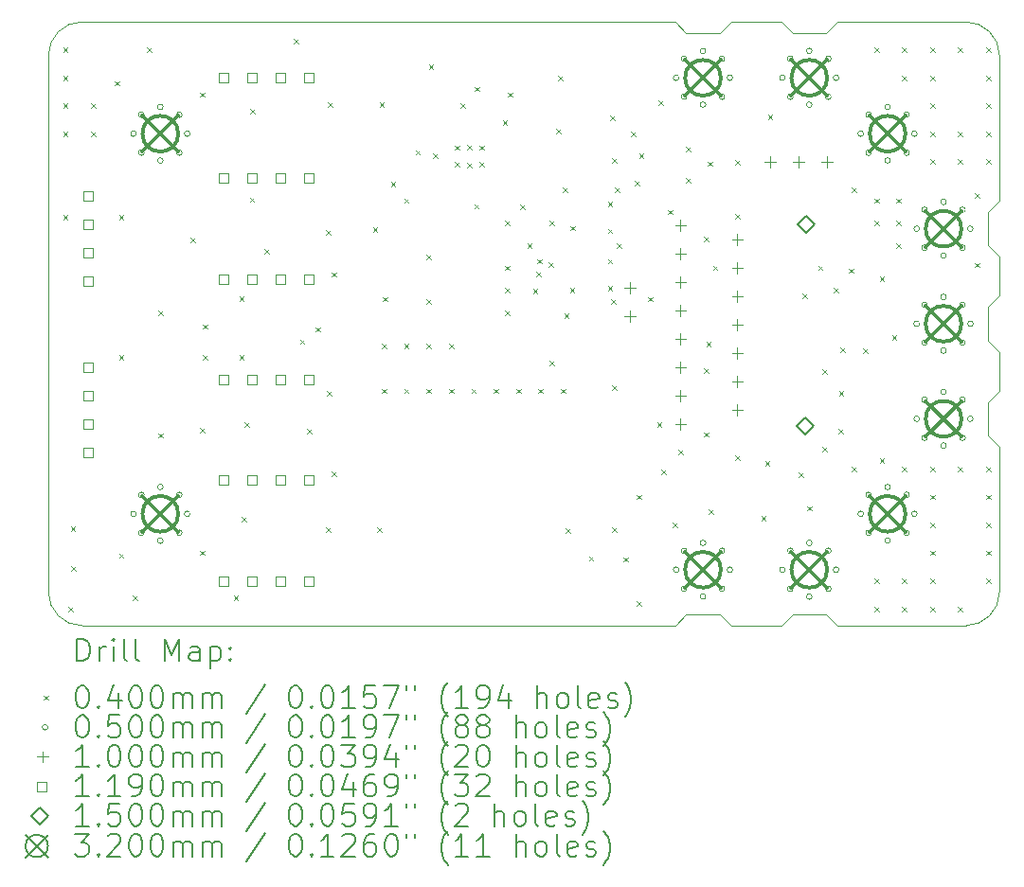
<source format=gbr>
%TF.GenerationSoftware,KiCad,Pcbnew,8.0.3*%
%TF.CreationDate,2024-06-26T22:06:07-03:00*%
%TF.ProjectId,PECDR,50454344-522e-46b6-9963-61645f706362,rev?*%
%TF.SameCoordinates,Original*%
%TF.FileFunction,Drillmap*%
%TF.FilePolarity,Positive*%
%FSLAX45Y45*%
G04 Gerber Fmt 4.5, Leading zero omitted, Abs format (unit mm)*
G04 Created by KiCad (PCBNEW 8.0.3) date 2024-06-26 22:06:07*
%MOMM*%
%LPD*%
G01*
G04 APERTURE LIST*
%ADD10C,0.100000*%
%ADD11C,0.200000*%
%ADD12C,0.119000*%
%ADD13C,0.150000*%
%ADD14C,0.320000*%
G04 APERTURE END LIST*
D10*
X11850000Y-7780294D02*
X11850000Y-7430294D01*
X9450000Y-5330294D02*
X9900000Y-5330294D01*
X10000000Y-10630294D02*
X9900000Y-10730294D01*
X10300000Y-5430294D02*
X10400000Y-5330294D01*
X4600000Y-10730294D02*
X8950000Y-10730294D01*
X9050000Y-10630294D02*
X8950000Y-10730294D01*
X11750000Y-8730294D02*
X11750000Y-9030294D01*
X11550000Y-5330294D02*
X10400000Y-5330294D01*
X11750000Y-7880294D02*
X11850000Y-7780294D01*
X10300000Y-10630294D02*
X10000000Y-10630294D01*
X11750000Y-8730294D02*
X11850000Y-8630294D01*
X11850000Y-9130294D02*
X11850000Y-10430294D01*
X11750000Y-8180294D02*
X11850000Y-8280294D01*
X11750000Y-7330294D02*
X11850000Y-7430294D01*
X9350000Y-10630294D02*
X9050000Y-10630294D01*
X3350000Y-10430294D02*
X3350000Y-5630294D01*
X11550000Y-5330294D02*
G75*
G02*
X11849996Y-5630294I0J-299996D01*
G01*
X11750000Y-7030294D02*
X11750000Y-7330294D01*
X11750000Y-7880294D02*
X11750000Y-8180294D01*
X11750000Y-9030294D02*
X11850000Y-9130294D01*
X9050000Y-5430294D02*
X8950000Y-5330294D01*
X10000000Y-5430294D02*
X10300000Y-5430294D01*
X11850000Y-8630294D02*
X11850000Y-8280294D01*
X9350000Y-5430294D02*
X9450000Y-5330294D01*
X10300000Y-10630294D02*
X10400000Y-10730294D01*
X8950000Y-5330294D02*
X3650000Y-5330294D01*
X9350000Y-10630294D02*
X9450000Y-10730294D01*
X10400000Y-10730294D02*
X11550000Y-10730294D01*
X3650000Y-10730294D02*
X4600000Y-10730294D01*
X11850000Y-6930294D02*
X11850000Y-5630294D01*
X10000000Y-5430294D02*
X9900000Y-5330294D01*
X11750000Y-7030294D02*
X11850000Y-6930294D01*
X9050000Y-5430294D02*
X9350000Y-5430294D01*
X9450000Y-10730294D02*
X9900000Y-10730294D01*
X3350000Y-5630294D02*
G75*
G02*
X3650000Y-5330295I300007J-8D01*
G01*
X3650000Y-10730294D02*
G75*
G02*
X3349996Y-10430294I0J300004D01*
G01*
X11850000Y-10430294D02*
G75*
G02*
X11550000Y-10730290I-299990J-6D01*
G01*
D11*
D10*
X3480000Y-5560294D02*
X3520000Y-5600294D01*
X3520000Y-5560294D02*
X3480000Y-5600294D01*
X3480000Y-5810294D02*
X3520000Y-5850294D01*
X3520000Y-5810294D02*
X3480000Y-5850294D01*
X3480000Y-6060294D02*
X3520000Y-6100294D01*
X3520000Y-6060294D02*
X3480000Y-6100294D01*
X3480000Y-6310294D02*
X3520000Y-6350294D01*
X3520000Y-6310294D02*
X3480000Y-6350294D01*
X3480000Y-7060294D02*
X3520000Y-7100294D01*
X3520000Y-7060294D02*
X3480000Y-7100294D01*
X3530000Y-10560294D02*
X3570000Y-10600294D01*
X3570000Y-10560294D02*
X3530000Y-10600294D01*
X3550000Y-9840294D02*
X3590000Y-9880294D01*
X3590000Y-9840294D02*
X3550000Y-9880294D01*
X3555000Y-10200294D02*
X3595000Y-10240294D01*
X3595000Y-10200294D02*
X3555000Y-10240294D01*
X3730000Y-6060294D02*
X3770000Y-6100294D01*
X3770000Y-6060294D02*
X3730000Y-6100294D01*
X3730000Y-6310294D02*
X3770000Y-6350294D01*
X3770000Y-6310294D02*
X3730000Y-6350294D01*
X3940000Y-5860294D02*
X3980000Y-5900294D01*
X3980000Y-5860294D02*
X3940000Y-5900294D01*
X3980000Y-7060294D02*
X4020000Y-7100294D01*
X4020000Y-7060294D02*
X3980000Y-7100294D01*
X3980000Y-8310294D02*
X4020000Y-8350294D01*
X4020000Y-8310294D02*
X3980000Y-8350294D01*
X3980000Y-10085294D02*
X4020000Y-10125294D01*
X4020000Y-10085294D02*
X3980000Y-10125294D01*
X4105000Y-10460294D02*
X4145000Y-10500294D01*
X4145000Y-10460294D02*
X4105000Y-10500294D01*
X4230000Y-5560294D02*
X4270000Y-5600294D01*
X4270000Y-5560294D02*
X4230000Y-5600294D01*
X4330000Y-7910294D02*
X4370000Y-7950294D01*
X4370000Y-7910294D02*
X4330000Y-7950294D01*
X4330000Y-9010294D02*
X4370000Y-9050294D01*
X4370000Y-9010294D02*
X4330000Y-9050294D01*
X4620000Y-7260294D02*
X4660000Y-7300294D01*
X4660000Y-7260294D02*
X4620000Y-7300294D01*
X4705000Y-5960294D02*
X4745000Y-6000294D01*
X4745000Y-5960294D02*
X4705000Y-6000294D01*
X4705000Y-8960294D02*
X4745000Y-9000294D01*
X4745000Y-8960294D02*
X4705000Y-9000294D01*
X4705000Y-10060294D02*
X4745000Y-10100294D01*
X4745000Y-10060294D02*
X4705000Y-10100294D01*
X4730000Y-8035294D02*
X4770000Y-8075294D01*
X4770000Y-8035294D02*
X4730000Y-8075294D01*
X4730000Y-8310294D02*
X4770000Y-8350294D01*
X4770000Y-8310294D02*
X4730000Y-8350294D01*
X5005000Y-10460294D02*
X5045000Y-10500294D01*
X5045000Y-10460294D02*
X5005000Y-10500294D01*
X5055000Y-7785294D02*
X5095000Y-7825294D01*
X5095000Y-7785294D02*
X5055000Y-7825294D01*
X5055000Y-8310294D02*
X5095000Y-8350294D01*
X5095000Y-8310294D02*
X5055000Y-8350294D01*
X5080000Y-9760294D02*
X5120000Y-9800294D01*
X5120000Y-9760294D02*
X5080000Y-9800294D01*
X5105000Y-8910294D02*
X5145000Y-8950294D01*
X5145000Y-8910294D02*
X5105000Y-8950294D01*
X5150000Y-6900294D02*
X5190000Y-6940294D01*
X5190000Y-6900294D02*
X5150000Y-6940294D01*
X5155000Y-6110294D02*
X5195000Y-6150294D01*
X5195000Y-6110294D02*
X5155000Y-6150294D01*
X5280000Y-7360294D02*
X5320000Y-7400294D01*
X5320000Y-7360294D02*
X5280000Y-7400294D01*
X5540000Y-5480294D02*
X5580000Y-5520294D01*
X5580000Y-5480294D02*
X5540000Y-5520294D01*
X5597500Y-8170294D02*
X5637500Y-8210294D01*
X5637500Y-8170294D02*
X5597500Y-8210294D01*
X5659000Y-8971294D02*
X5699000Y-9011294D01*
X5699000Y-8971294D02*
X5659000Y-9011294D01*
X5740000Y-8060294D02*
X5780000Y-8100294D01*
X5780000Y-8060294D02*
X5740000Y-8100294D01*
X5830000Y-7190294D02*
X5870000Y-7230294D01*
X5870000Y-7190294D02*
X5830000Y-7230294D01*
X5830000Y-9850294D02*
X5870000Y-9890294D01*
X5870000Y-9850294D02*
X5830000Y-9890294D01*
X5840000Y-8630294D02*
X5880000Y-8670294D01*
X5880000Y-8630294D02*
X5840000Y-8670294D01*
X5850000Y-6050294D02*
X5890000Y-6090294D01*
X5890000Y-6050294D02*
X5850000Y-6090294D01*
X5880000Y-7570294D02*
X5920000Y-7610294D01*
X5920000Y-7570294D02*
X5880000Y-7610294D01*
X5880000Y-9350294D02*
X5920000Y-9390294D01*
X5920000Y-9350294D02*
X5880000Y-9390294D01*
X6250000Y-7170294D02*
X6290000Y-7210294D01*
X6290000Y-7170294D02*
X6250000Y-7210294D01*
X6290000Y-9850294D02*
X6330000Y-9890294D01*
X6330000Y-9850294D02*
X6290000Y-9890294D01*
X6310000Y-6050294D02*
X6350000Y-6090294D01*
X6350000Y-6050294D02*
X6310000Y-6090294D01*
X6330000Y-8210294D02*
X6370000Y-8250294D01*
X6370000Y-8210294D02*
X6330000Y-8250294D01*
X6330000Y-8610294D02*
X6370000Y-8650294D01*
X6370000Y-8610294D02*
X6330000Y-8650294D01*
X6340000Y-7790294D02*
X6380000Y-7830294D01*
X6380000Y-7790294D02*
X6340000Y-7830294D01*
X6410000Y-6760294D02*
X6450000Y-6800294D01*
X6450000Y-6760294D02*
X6410000Y-6800294D01*
X6530000Y-6910294D02*
X6570000Y-6950294D01*
X6570000Y-6910294D02*
X6530000Y-6950294D01*
X6530000Y-8210294D02*
X6570000Y-8250294D01*
X6570000Y-8210294D02*
X6530000Y-8250294D01*
X6530000Y-8610294D02*
X6570000Y-8650294D01*
X6570000Y-8610294D02*
X6530000Y-8650294D01*
X6630000Y-6477794D02*
X6670000Y-6517794D01*
X6670000Y-6477794D02*
X6630000Y-6517794D01*
X6730000Y-7410294D02*
X6770000Y-7450294D01*
X6770000Y-7410294D02*
X6730000Y-7450294D01*
X6730000Y-7810294D02*
X6770000Y-7850294D01*
X6770000Y-7810294D02*
X6730000Y-7850294D01*
X6730000Y-8210294D02*
X6770000Y-8250294D01*
X6770000Y-8210294D02*
X6730000Y-8250294D01*
X6730000Y-8610294D02*
X6770000Y-8650294D01*
X6770000Y-8610294D02*
X6730000Y-8650294D01*
X6750000Y-5710294D02*
X6790000Y-5750294D01*
X6790000Y-5710294D02*
X6750000Y-5750294D01*
X6790000Y-6510294D02*
X6830000Y-6550294D01*
X6830000Y-6510294D02*
X6790000Y-6550294D01*
X6930000Y-8210294D02*
X6970000Y-8250294D01*
X6970000Y-8210294D02*
X6930000Y-8250294D01*
X6930000Y-8610294D02*
X6970000Y-8650294D01*
X6970000Y-8610294D02*
X6930000Y-8650294D01*
X6980000Y-6435294D02*
X7020000Y-6475294D01*
X7020000Y-6435294D02*
X6980000Y-6475294D01*
X6980000Y-6585294D02*
X7020000Y-6625294D01*
X7020000Y-6585294D02*
X6980000Y-6625294D01*
X7030000Y-6060294D02*
X7070000Y-6100294D01*
X7070000Y-6060294D02*
X7030000Y-6100294D01*
X7090000Y-6430294D02*
X7130000Y-6470294D01*
X7130000Y-6430294D02*
X7090000Y-6470294D01*
X7090000Y-6590294D02*
X7130000Y-6630294D01*
X7130000Y-6590294D02*
X7090000Y-6630294D01*
X7130000Y-8610294D02*
X7170000Y-8650294D01*
X7170000Y-8610294D02*
X7130000Y-8650294D01*
X7155000Y-6960294D02*
X7195000Y-7000294D01*
X7195000Y-6960294D02*
X7155000Y-7000294D01*
X7160000Y-5910294D02*
X7200000Y-5950294D01*
X7200000Y-5910294D02*
X7160000Y-5950294D01*
X7205000Y-6435294D02*
X7245000Y-6475294D01*
X7245000Y-6435294D02*
X7205000Y-6475294D01*
X7205000Y-6585294D02*
X7245000Y-6625294D01*
X7245000Y-6585294D02*
X7205000Y-6625294D01*
X7330000Y-8610294D02*
X7370000Y-8650294D01*
X7370000Y-8610294D02*
X7330000Y-8650294D01*
X7410000Y-6210294D02*
X7450000Y-6250294D01*
X7450000Y-6210294D02*
X7410000Y-6250294D01*
X7430000Y-7110294D02*
X7470000Y-7150294D01*
X7470000Y-7110294D02*
X7430000Y-7150294D01*
X7430000Y-7510294D02*
X7470000Y-7550294D01*
X7470000Y-7510294D02*
X7430000Y-7550294D01*
X7430000Y-7710294D02*
X7470000Y-7750294D01*
X7470000Y-7710294D02*
X7430000Y-7750294D01*
X7430000Y-7910294D02*
X7470000Y-7950294D01*
X7470000Y-7910294D02*
X7430000Y-7950294D01*
X7455000Y-5960294D02*
X7495000Y-6000294D01*
X7495000Y-5960294D02*
X7455000Y-6000294D01*
X7530000Y-8610294D02*
X7570000Y-8650294D01*
X7570000Y-8610294D02*
X7530000Y-8650294D01*
X7563750Y-6964044D02*
X7603750Y-7004044D01*
X7603750Y-6964044D02*
X7563750Y-7004044D01*
X7630000Y-7310294D02*
X7670000Y-7350294D01*
X7670000Y-7310294D02*
X7630000Y-7350294D01*
X7679950Y-7715294D02*
X7719950Y-7755294D01*
X7719950Y-7715294D02*
X7679950Y-7755294D01*
X7710000Y-7568294D02*
X7750000Y-7608294D01*
X7750000Y-7568294D02*
X7710000Y-7608294D01*
X7720000Y-7450294D02*
X7760000Y-7490294D01*
X7760000Y-7450294D02*
X7720000Y-7490294D01*
X7730000Y-8610294D02*
X7770000Y-8650294D01*
X7770000Y-8610294D02*
X7730000Y-8650294D01*
X7820000Y-7480294D02*
X7860000Y-7520294D01*
X7860000Y-7480294D02*
X7820000Y-7520294D01*
X7830000Y-7110294D02*
X7870000Y-7150294D01*
X7870000Y-7110294D02*
X7830000Y-7150294D01*
X7830000Y-8360294D02*
X7870000Y-8400294D01*
X7870000Y-8360294D02*
X7830000Y-8400294D01*
X7890000Y-6290294D02*
X7930000Y-6330294D01*
X7930000Y-6290294D02*
X7890000Y-6330294D01*
X7905000Y-5810294D02*
X7945000Y-5850294D01*
X7945000Y-5810294D02*
X7905000Y-5850294D01*
X7930000Y-8610294D02*
X7970000Y-8650294D01*
X7970000Y-8610294D02*
X7930000Y-8650294D01*
X7950000Y-6810294D02*
X7990000Y-6850294D01*
X7990000Y-6810294D02*
X7950000Y-6850294D01*
X7960000Y-7940294D02*
X8000000Y-7980294D01*
X8000000Y-7940294D02*
X7960000Y-7980294D01*
X7970000Y-9860294D02*
X8010000Y-9900294D01*
X8010000Y-9860294D02*
X7970000Y-9900294D01*
X8010000Y-7710294D02*
X8050000Y-7750294D01*
X8050000Y-7710294D02*
X8010000Y-7750294D01*
X8015000Y-7155294D02*
X8055000Y-7195294D01*
X8055000Y-7155294D02*
X8015000Y-7195294D01*
X8180000Y-10110294D02*
X8220000Y-10150294D01*
X8220000Y-10110294D02*
X8180000Y-10150294D01*
X8350000Y-6940294D02*
X8390000Y-6980294D01*
X8390000Y-6940294D02*
X8350000Y-6980294D01*
X8350000Y-7180294D02*
X8390000Y-7220294D01*
X8390000Y-7180294D02*
X8350000Y-7220294D01*
X8350000Y-7450294D02*
X8390000Y-7490294D01*
X8390000Y-7450294D02*
X8350000Y-7490294D01*
X8350000Y-7690294D02*
X8390000Y-7730294D01*
X8390000Y-7690294D02*
X8350000Y-7730294D01*
X8370000Y-6170294D02*
X8410000Y-6210294D01*
X8410000Y-6170294D02*
X8370000Y-6210294D01*
X8380000Y-7810294D02*
X8420000Y-7850294D01*
X8420000Y-7810294D02*
X8380000Y-7850294D01*
X8390000Y-6550294D02*
X8430000Y-6590294D01*
X8430000Y-6550294D02*
X8390000Y-6590294D01*
X8390000Y-8580294D02*
X8430000Y-8620294D01*
X8430000Y-8580294D02*
X8390000Y-8620294D01*
X8390000Y-9850294D02*
X8430000Y-9890294D01*
X8430000Y-9850294D02*
X8390000Y-9890294D01*
X8410000Y-6810294D02*
X8450000Y-6850294D01*
X8450000Y-6810294D02*
X8410000Y-6850294D01*
X8430000Y-7310294D02*
X8470000Y-7350294D01*
X8470000Y-7310294D02*
X8430000Y-7350294D01*
X8487071Y-10117366D02*
X8527071Y-10157366D01*
X8527071Y-10117366D02*
X8487071Y-10157366D01*
X8555000Y-6310294D02*
X8595000Y-6350294D01*
X8595000Y-6310294D02*
X8555000Y-6350294D01*
X8590000Y-6750294D02*
X8630000Y-6790294D01*
X8630000Y-6750294D02*
X8590000Y-6790294D01*
X8605000Y-9560294D02*
X8645000Y-9600294D01*
X8645000Y-9560294D02*
X8605000Y-9600294D01*
X8605000Y-10510294D02*
X8645000Y-10550294D01*
X8645000Y-10510294D02*
X8605000Y-10550294D01*
X8630000Y-6510294D02*
X8670000Y-6550294D01*
X8670000Y-6510294D02*
X8630000Y-6550294D01*
X8710000Y-7790294D02*
X8750000Y-7830294D01*
X8750000Y-7790294D02*
X8710000Y-7830294D01*
X8790000Y-8910294D02*
X8830000Y-8950294D01*
X8830000Y-8910294D02*
X8790000Y-8950294D01*
X8805000Y-6035294D02*
X8845000Y-6075294D01*
X8845000Y-6035294D02*
X8805000Y-6075294D01*
X8830000Y-9335294D02*
X8870000Y-9375294D01*
X8870000Y-9335294D02*
X8830000Y-9375294D01*
X8890000Y-7010294D02*
X8930000Y-7050294D01*
X8930000Y-7010294D02*
X8890000Y-7050294D01*
X8930000Y-9810294D02*
X8970000Y-9850294D01*
X8970000Y-9810294D02*
X8930000Y-9850294D01*
X8980000Y-9160294D02*
X9020000Y-9200294D01*
X9020000Y-9160294D02*
X8980000Y-9200294D01*
X9050000Y-6450294D02*
X9090000Y-6490294D01*
X9090000Y-6450294D02*
X9050000Y-6490294D01*
X9050000Y-6730294D02*
X9090000Y-6770294D01*
X9090000Y-6730294D02*
X9050000Y-6770294D01*
X9210000Y-7250294D02*
X9250000Y-7290294D01*
X9250000Y-7250294D02*
X9210000Y-7290294D01*
X9210000Y-8430294D02*
X9250000Y-8470294D01*
X9250000Y-8430294D02*
X9210000Y-8470294D01*
X9210000Y-9000294D02*
X9250000Y-9040294D01*
X9250000Y-9000294D02*
X9210000Y-9040294D01*
X9230000Y-8190294D02*
X9270000Y-8230294D01*
X9270000Y-8190294D02*
X9230000Y-8230294D01*
X9240000Y-6580294D02*
X9280000Y-6620294D01*
X9280000Y-6580294D02*
X9240000Y-6620294D01*
X9250000Y-9690294D02*
X9290000Y-9730294D01*
X9290000Y-9690294D02*
X9250000Y-9730294D01*
X9290000Y-7510294D02*
X9330000Y-7550294D01*
X9330000Y-7510294D02*
X9290000Y-7550294D01*
X9488000Y-6568294D02*
X9528000Y-6608294D01*
X9528000Y-6568294D02*
X9488000Y-6608294D01*
X9488000Y-7048294D02*
X9528000Y-7088294D01*
X9528000Y-7048294D02*
X9488000Y-7088294D01*
X9488000Y-9208294D02*
X9528000Y-9248294D01*
X9528000Y-9208294D02*
X9488000Y-9248294D01*
X9720000Y-9750294D02*
X9760000Y-9790294D01*
X9760000Y-9750294D02*
X9720000Y-9790294D01*
X9755000Y-9260294D02*
X9795000Y-9300294D01*
X9795000Y-9260294D02*
X9755000Y-9300294D01*
X9780000Y-6160294D02*
X9820000Y-6200294D01*
X9820000Y-6160294D02*
X9780000Y-6200294D01*
X10055000Y-9360294D02*
X10095000Y-9400294D01*
X10095000Y-9360294D02*
X10055000Y-9400294D01*
X10087500Y-7762794D02*
X10127500Y-7802794D01*
X10127500Y-7762794D02*
X10087500Y-7802794D01*
X10130000Y-9660294D02*
X10170000Y-9700294D01*
X10170000Y-9660294D02*
X10130000Y-9700294D01*
X10230000Y-7510294D02*
X10270000Y-7550294D01*
X10270000Y-7510294D02*
X10230000Y-7550294D01*
X10267500Y-8435294D02*
X10307500Y-8475294D01*
X10307500Y-8435294D02*
X10267500Y-8475294D01*
X10270000Y-9130294D02*
X10310000Y-9170294D01*
X10310000Y-9130294D02*
X10270000Y-9170294D01*
X10370000Y-7710294D02*
X10410000Y-7750294D01*
X10410000Y-7710294D02*
X10370000Y-7750294D01*
X10410000Y-8970294D02*
X10450000Y-9010294D01*
X10450000Y-8970294D02*
X10410000Y-9010294D01*
X10415000Y-8630294D02*
X10455000Y-8670294D01*
X10455000Y-8630294D02*
X10415000Y-8670294D01*
X10425000Y-8245294D02*
X10465000Y-8285294D01*
X10465000Y-8245294D02*
X10425000Y-8285294D01*
X10505000Y-7535294D02*
X10545000Y-7575294D01*
X10545000Y-7535294D02*
X10505000Y-7575294D01*
X10530000Y-6810294D02*
X10570000Y-6850294D01*
X10570000Y-6810294D02*
X10530000Y-6850294D01*
X10530000Y-9310294D02*
X10570000Y-9350294D01*
X10570000Y-9310294D02*
X10530000Y-9350294D01*
X10630000Y-8250294D02*
X10670000Y-8290294D01*
X10670000Y-8250294D02*
X10630000Y-8290294D01*
X10730000Y-5560294D02*
X10770000Y-5600294D01*
X10770000Y-5560294D02*
X10730000Y-5600294D01*
X10730000Y-6910294D02*
X10770000Y-6950294D01*
X10770000Y-6910294D02*
X10730000Y-6950294D01*
X10730000Y-7110294D02*
X10770000Y-7150294D01*
X10770000Y-7110294D02*
X10730000Y-7150294D01*
X10730000Y-10310294D02*
X10770000Y-10350294D01*
X10770000Y-10310294D02*
X10730000Y-10350294D01*
X10730000Y-10560294D02*
X10770000Y-10600294D01*
X10770000Y-10560294D02*
X10730000Y-10600294D01*
X10780000Y-7610294D02*
X10820000Y-7650294D01*
X10820000Y-7610294D02*
X10780000Y-7650294D01*
X10780000Y-9235294D02*
X10820000Y-9275294D01*
X10820000Y-9235294D02*
X10780000Y-9275294D01*
X10890000Y-8130294D02*
X10930000Y-8170294D01*
X10930000Y-8130294D02*
X10890000Y-8170294D01*
X10930000Y-6910294D02*
X10970000Y-6950294D01*
X10970000Y-6910294D02*
X10930000Y-6950294D01*
X10930000Y-7110294D02*
X10970000Y-7150294D01*
X10970000Y-7110294D02*
X10930000Y-7150294D01*
X10930000Y-7310294D02*
X10970000Y-7350294D01*
X10970000Y-7310294D02*
X10930000Y-7350294D01*
X10980000Y-5560294D02*
X11020000Y-5600294D01*
X11020000Y-5560294D02*
X10980000Y-5600294D01*
X10980000Y-5810294D02*
X11020000Y-5850294D01*
X11020000Y-5810294D02*
X10980000Y-5850294D01*
X10980000Y-9310294D02*
X11020000Y-9350294D01*
X11020000Y-9310294D02*
X10980000Y-9350294D01*
X10980000Y-10310294D02*
X11020000Y-10350294D01*
X11020000Y-10310294D02*
X10980000Y-10350294D01*
X10980000Y-10560294D02*
X11020000Y-10600294D01*
X11020000Y-10560294D02*
X10980000Y-10600294D01*
X11230000Y-5560294D02*
X11270000Y-5600294D01*
X11270000Y-5560294D02*
X11230000Y-5600294D01*
X11230000Y-5810294D02*
X11270000Y-5850294D01*
X11270000Y-5810294D02*
X11230000Y-5850294D01*
X11230000Y-6060294D02*
X11270000Y-6100294D01*
X11270000Y-6060294D02*
X11230000Y-6100294D01*
X11230000Y-6310294D02*
X11270000Y-6350294D01*
X11270000Y-6310294D02*
X11230000Y-6350294D01*
X11230000Y-6560294D02*
X11270000Y-6600294D01*
X11270000Y-6560294D02*
X11230000Y-6600294D01*
X11230000Y-9310294D02*
X11270000Y-9350294D01*
X11270000Y-9310294D02*
X11230000Y-9350294D01*
X11230000Y-9560294D02*
X11270000Y-9600294D01*
X11270000Y-9560294D02*
X11230000Y-9600294D01*
X11230000Y-9810294D02*
X11270000Y-9850294D01*
X11270000Y-9810294D02*
X11230000Y-9850294D01*
X11230000Y-10060294D02*
X11270000Y-10100294D01*
X11270000Y-10060294D02*
X11230000Y-10100294D01*
X11230000Y-10310294D02*
X11270000Y-10350294D01*
X11270000Y-10310294D02*
X11230000Y-10350294D01*
X11230000Y-10560294D02*
X11270000Y-10600294D01*
X11270000Y-10560294D02*
X11230000Y-10600294D01*
X11480000Y-5560294D02*
X11520000Y-5600294D01*
X11520000Y-5560294D02*
X11480000Y-5600294D01*
X11480000Y-6310294D02*
X11520000Y-6350294D01*
X11520000Y-6310294D02*
X11480000Y-6350294D01*
X11480000Y-6560294D02*
X11520000Y-6600294D01*
X11520000Y-6560294D02*
X11480000Y-6600294D01*
X11480000Y-9310294D02*
X11520000Y-9350294D01*
X11520000Y-9310294D02*
X11480000Y-9350294D01*
X11480000Y-10560294D02*
X11520000Y-10600294D01*
X11520000Y-10560294D02*
X11480000Y-10600294D01*
X11630000Y-6860294D02*
X11670000Y-6900294D01*
X11670000Y-6860294D02*
X11630000Y-6900294D01*
X11630000Y-7485294D02*
X11670000Y-7525294D01*
X11670000Y-7485294D02*
X11630000Y-7525294D01*
X11730000Y-5560294D02*
X11770000Y-5600294D01*
X11770000Y-5560294D02*
X11730000Y-5600294D01*
X11730000Y-5810294D02*
X11770000Y-5850294D01*
X11770000Y-5810294D02*
X11730000Y-5850294D01*
X11730000Y-6060294D02*
X11770000Y-6100294D01*
X11770000Y-6060294D02*
X11730000Y-6100294D01*
X11730000Y-6310294D02*
X11770000Y-6350294D01*
X11770000Y-6310294D02*
X11730000Y-6350294D01*
X11730000Y-6560294D02*
X11770000Y-6600294D01*
X11770000Y-6560294D02*
X11730000Y-6600294D01*
X11730000Y-9310294D02*
X11770000Y-9350294D01*
X11770000Y-9310294D02*
X11730000Y-9350294D01*
X11730000Y-9560294D02*
X11770000Y-9600294D01*
X11770000Y-9560294D02*
X11730000Y-9600294D01*
X11730000Y-9810294D02*
X11770000Y-9850294D01*
X11770000Y-9810294D02*
X11730000Y-9850294D01*
X11730000Y-10060294D02*
X11770000Y-10100294D01*
X11770000Y-10060294D02*
X11730000Y-10100294D01*
X11730000Y-10310294D02*
X11770000Y-10350294D01*
X11770000Y-10310294D02*
X11730000Y-10350294D01*
X4135000Y-6330294D02*
G75*
G02*
X4085000Y-6330294I-25000J0D01*
G01*
X4085000Y-6330294D02*
G75*
G02*
X4135000Y-6330294I25000J0D01*
G01*
X4135000Y-9730294D02*
G75*
G02*
X4085000Y-9730294I-25000J0D01*
G01*
X4085000Y-9730294D02*
G75*
G02*
X4135000Y-9730294I25000J0D01*
G01*
X4205294Y-6160589D02*
G75*
G02*
X4155294Y-6160589I-25000J0D01*
G01*
X4155294Y-6160589D02*
G75*
G02*
X4205294Y-6160589I25000J0D01*
G01*
X4205294Y-6500000D02*
G75*
G02*
X4155294Y-6500000I-25000J0D01*
G01*
X4155294Y-6500000D02*
G75*
G02*
X4205294Y-6500000I25000J0D01*
G01*
X4205294Y-9560589D02*
G75*
G02*
X4155294Y-9560589I-25000J0D01*
G01*
X4155294Y-9560589D02*
G75*
G02*
X4205294Y-9560589I25000J0D01*
G01*
X4205294Y-9900000D02*
G75*
G02*
X4155294Y-9900000I-25000J0D01*
G01*
X4155294Y-9900000D02*
G75*
G02*
X4205294Y-9900000I25000J0D01*
G01*
X4375000Y-6090294D02*
G75*
G02*
X4325000Y-6090294I-25000J0D01*
G01*
X4325000Y-6090294D02*
G75*
G02*
X4375000Y-6090294I25000J0D01*
G01*
X4375000Y-6570294D02*
G75*
G02*
X4325000Y-6570294I-25000J0D01*
G01*
X4325000Y-6570294D02*
G75*
G02*
X4375000Y-6570294I25000J0D01*
G01*
X4375000Y-9490294D02*
G75*
G02*
X4325000Y-9490294I-25000J0D01*
G01*
X4325000Y-9490294D02*
G75*
G02*
X4375000Y-9490294I25000J0D01*
G01*
X4375000Y-9970294D02*
G75*
G02*
X4325000Y-9970294I-25000J0D01*
G01*
X4325000Y-9970294D02*
G75*
G02*
X4375000Y-9970294I25000J0D01*
G01*
X4544706Y-6160589D02*
G75*
G02*
X4494706Y-6160589I-25000J0D01*
G01*
X4494706Y-6160589D02*
G75*
G02*
X4544706Y-6160589I25000J0D01*
G01*
X4544706Y-6500000D02*
G75*
G02*
X4494706Y-6500000I-25000J0D01*
G01*
X4494706Y-6500000D02*
G75*
G02*
X4544706Y-6500000I25000J0D01*
G01*
X4544706Y-9560589D02*
G75*
G02*
X4494706Y-9560589I-25000J0D01*
G01*
X4494706Y-9560589D02*
G75*
G02*
X4544706Y-9560589I25000J0D01*
G01*
X4544706Y-9900000D02*
G75*
G02*
X4494706Y-9900000I-25000J0D01*
G01*
X4494706Y-9900000D02*
G75*
G02*
X4544706Y-9900000I25000J0D01*
G01*
X4615000Y-6330294D02*
G75*
G02*
X4565000Y-6330294I-25000J0D01*
G01*
X4565000Y-6330294D02*
G75*
G02*
X4615000Y-6330294I25000J0D01*
G01*
X4615000Y-9730294D02*
G75*
G02*
X4565000Y-9730294I-25000J0D01*
G01*
X4565000Y-9730294D02*
G75*
G02*
X4615000Y-9730294I25000J0D01*
G01*
X8985000Y-5830294D02*
G75*
G02*
X8935000Y-5830294I-25000J0D01*
G01*
X8935000Y-5830294D02*
G75*
G02*
X8985000Y-5830294I25000J0D01*
G01*
X8985000Y-10230294D02*
G75*
G02*
X8935000Y-10230294I-25000J0D01*
G01*
X8935000Y-10230294D02*
G75*
G02*
X8985000Y-10230294I25000J0D01*
G01*
X9055294Y-5660589D02*
G75*
G02*
X9005294Y-5660589I-25000J0D01*
G01*
X9005294Y-5660589D02*
G75*
G02*
X9055294Y-5660589I25000J0D01*
G01*
X9055294Y-6000000D02*
G75*
G02*
X9005294Y-6000000I-25000J0D01*
G01*
X9005294Y-6000000D02*
G75*
G02*
X9055294Y-6000000I25000J0D01*
G01*
X9055294Y-10060589D02*
G75*
G02*
X9005294Y-10060589I-25000J0D01*
G01*
X9005294Y-10060589D02*
G75*
G02*
X9055294Y-10060589I25000J0D01*
G01*
X9055294Y-10400000D02*
G75*
G02*
X9005294Y-10400000I-25000J0D01*
G01*
X9005294Y-10400000D02*
G75*
G02*
X9055294Y-10400000I25000J0D01*
G01*
X9225000Y-5590294D02*
G75*
G02*
X9175000Y-5590294I-25000J0D01*
G01*
X9175000Y-5590294D02*
G75*
G02*
X9225000Y-5590294I25000J0D01*
G01*
X9225000Y-6070294D02*
G75*
G02*
X9175000Y-6070294I-25000J0D01*
G01*
X9175000Y-6070294D02*
G75*
G02*
X9225000Y-6070294I25000J0D01*
G01*
X9225000Y-9990294D02*
G75*
G02*
X9175000Y-9990294I-25000J0D01*
G01*
X9175000Y-9990294D02*
G75*
G02*
X9225000Y-9990294I25000J0D01*
G01*
X9225000Y-10470294D02*
G75*
G02*
X9175000Y-10470294I-25000J0D01*
G01*
X9175000Y-10470294D02*
G75*
G02*
X9225000Y-10470294I25000J0D01*
G01*
X9394706Y-5660589D02*
G75*
G02*
X9344706Y-5660589I-25000J0D01*
G01*
X9344706Y-5660589D02*
G75*
G02*
X9394706Y-5660589I25000J0D01*
G01*
X9394706Y-6000000D02*
G75*
G02*
X9344706Y-6000000I-25000J0D01*
G01*
X9344706Y-6000000D02*
G75*
G02*
X9394706Y-6000000I25000J0D01*
G01*
X9394706Y-10060589D02*
G75*
G02*
X9344706Y-10060589I-25000J0D01*
G01*
X9344706Y-10060589D02*
G75*
G02*
X9394706Y-10060589I25000J0D01*
G01*
X9394706Y-10400000D02*
G75*
G02*
X9344706Y-10400000I-25000J0D01*
G01*
X9344706Y-10400000D02*
G75*
G02*
X9394706Y-10400000I25000J0D01*
G01*
X9465000Y-5830294D02*
G75*
G02*
X9415000Y-5830294I-25000J0D01*
G01*
X9415000Y-5830294D02*
G75*
G02*
X9465000Y-5830294I25000J0D01*
G01*
X9465000Y-10230294D02*
G75*
G02*
X9415000Y-10230294I-25000J0D01*
G01*
X9415000Y-10230294D02*
G75*
G02*
X9465000Y-10230294I25000J0D01*
G01*
X9935000Y-5830294D02*
G75*
G02*
X9885000Y-5830294I-25000J0D01*
G01*
X9885000Y-5830294D02*
G75*
G02*
X9935000Y-5830294I25000J0D01*
G01*
X9935000Y-10230294D02*
G75*
G02*
X9885000Y-10230294I-25000J0D01*
G01*
X9885000Y-10230294D02*
G75*
G02*
X9935000Y-10230294I25000J0D01*
G01*
X10005294Y-5660589D02*
G75*
G02*
X9955294Y-5660589I-25000J0D01*
G01*
X9955294Y-5660589D02*
G75*
G02*
X10005294Y-5660589I25000J0D01*
G01*
X10005294Y-6000000D02*
G75*
G02*
X9955294Y-6000000I-25000J0D01*
G01*
X9955294Y-6000000D02*
G75*
G02*
X10005294Y-6000000I25000J0D01*
G01*
X10005294Y-10060589D02*
G75*
G02*
X9955294Y-10060589I-25000J0D01*
G01*
X9955294Y-10060589D02*
G75*
G02*
X10005294Y-10060589I25000J0D01*
G01*
X10005294Y-10400000D02*
G75*
G02*
X9955294Y-10400000I-25000J0D01*
G01*
X9955294Y-10400000D02*
G75*
G02*
X10005294Y-10400000I25000J0D01*
G01*
X10175000Y-5590294D02*
G75*
G02*
X10125000Y-5590294I-25000J0D01*
G01*
X10125000Y-5590294D02*
G75*
G02*
X10175000Y-5590294I25000J0D01*
G01*
X10175000Y-6070294D02*
G75*
G02*
X10125000Y-6070294I-25000J0D01*
G01*
X10125000Y-6070294D02*
G75*
G02*
X10175000Y-6070294I25000J0D01*
G01*
X10175000Y-9990294D02*
G75*
G02*
X10125000Y-9990294I-25000J0D01*
G01*
X10125000Y-9990294D02*
G75*
G02*
X10175000Y-9990294I25000J0D01*
G01*
X10175000Y-10470294D02*
G75*
G02*
X10125000Y-10470294I-25000J0D01*
G01*
X10125000Y-10470294D02*
G75*
G02*
X10175000Y-10470294I25000J0D01*
G01*
X10344706Y-5660589D02*
G75*
G02*
X10294706Y-5660589I-25000J0D01*
G01*
X10294706Y-5660589D02*
G75*
G02*
X10344706Y-5660589I25000J0D01*
G01*
X10344706Y-6000000D02*
G75*
G02*
X10294706Y-6000000I-25000J0D01*
G01*
X10294706Y-6000000D02*
G75*
G02*
X10344706Y-6000000I25000J0D01*
G01*
X10344706Y-10060589D02*
G75*
G02*
X10294706Y-10060589I-25000J0D01*
G01*
X10294706Y-10060589D02*
G75*
G02*
X10344706Y-10060589I25000J0D01*
G01*
X10344706Y-10400000D02*
G75*
G02*
X10294706Y-10400000I-25000J0D01*
G01*
X10294706Y-10400000D02*
G75*
G02*
X10344706Y-10400000I25000J0D01*
G01*
X10415000Y-5830294D02*
G75*
G02*
X10365000Y-5830294I-25000J0D01*
G01*
X10365000Y-5830294D02*
G75*
G02*
X10415000Y-5830294I25000J0D01*
G01*
X10415000Y-10230294D02*
G75*
G02*
X10365000Y-10230294I-25000J0D01*
G01*
X10365000Y-10230294D02*
G75*
G02*
X10415000Y-10230294I25000J0D01*
G01*
X10635000Y-6330294D02*
G75*
G02*
X10585000Y-6330294I-25000J0D01*
G01*
X10585000Y-6330294D02*
G75*
G02*
X10635000Y-6330294I25000J0D01*
G01*
X10635000Y-9730294D02*
G75*
G02*
X10585000Y-9730294I-25000J0D01*
G01*
X10585000Y-9730294D02*
G75*
G02*
X10635000Y-9730294I25000J0D01*
G01*
X10705294Y-6160589D02*
G75*
G02*
X10655294Y-6160589I-25000J0D01*
G01*
X10655294Y-6160589D02*
G75*
G02*
X10705294Y-6160589I25000J0D01*
G01*
X10705294Y-6500000D02*
G75*
G02*
X10655294Y-6500000I-25000J0D01*
G01*
X10655294Y-6500000D02*
G75*
G02*
X10705294Y-6500000I25000J0D01*
G01*
X10705294Y-9560589D02*
G75*
G02*
X10655294Y-9560589I-25000J0D01*
G01*
X10655294Y-9560589D02*
G75*
G02*
X10705294Y-9560589I25000J0D01*
G01*
X10705294Y-9900000D02*
G75*
G02*
X10655294Y-9900000I-25000J0D01*
G01*
X10655294Y-9900000D02*
G75*
G02*
X10705294Y-9900000I25000J0D01*
G01*
X10875000Y-6090294D02*
G75*
G02*
X10825000Y-6090294I-25000J0D01*
G01*
X10825000Y-6090294D02*
G75*
G02*
X10875000Y-6090294I25000J0D01*
G01*
X10875000Y-6570294D02*
G75*
G02*
X10825000Y-6570294I-25000J0D01*
G01*
X10825000Y-6570294D02*
G75*
G02*
X10875000Y-6570294I25000J0D01*
G01*
X10875000Y-9490294D02*
G75*
G02*
X10825000Y-9490294I-25000J0D01*
G01*
X10825000Y-9490294D02*
G75*
G02*
X10875000Y-9490294I25000J0D01*
G01*
X10875000Y-9970294D02*
G75*
G02*
X10825000Y-9970294I-25000J0D01*
G01*
X10825000Y-9970294D02*
G75*
G02*
X10875000Y-9970294I25000J0D01*
G01*
X11044706Y-6160589D02*
G75*
G02*
X10994706Y-6160589I-25000J0D01*
G01*
X10994706Y-6160589D02*
G75*
G02*
X11044706Y-6160589I25000J0D01*
G01*
X11044706Y-6500000D02*
G75*
G02*
X10994706Y-6500000I-25000J0D01*
G01*
X10994706Y-6500000D02*
G75*
G02*
X11044706Y-6500000I25000J0D01*
G01*
X11044706Y-9560589D02*
G75*
G02*
X10994706Y-9560589I-25000J0D01*
G01*
X10994706Y-9560589D02*
G75*
G02*
X11044706Y-9560589I25000J0D01*
G01*
X11044706Y-9900000D02*
G75*
G02*
X10994706Y-9900000I-25000J0D01*
G01*
X10994706Y-9900000D02*
G75*
G02*
X11044706Y-9900000I25000J0D01*
G01*
X11115000Y-6330294D02*
G75*
G02*
X11065000Y-6330294I-25000J0D01*
G01*
X11065000Y-6330294D02*
G75*
G02*
X11115000Y-6330294I25000J0D01*
G01*
X11115000Y-9730294D02*
G75*
G02*
X11065000Y-9730294I-25000J0D01*
G01*
X11065000Y-9730294D02*
G75*
G02*
X11115000Y-9730294I25000J0D01*
G01*
X11135000Y-7180294D02*
G75*
G02*
X11085000Y-7180294I-25000J0D01*
G01*
X11085000Y-7180294D02*
G75*
G02*
X11135000Y-7180294I25000J0D01*
G01*
X11135000Y-8030294D02*
G75*
G02*
X11085000Y-8030294I-25000J0D01*
G01*
X11085000Y-8030294D02*
G75*
G02*
X11135000Y-8030294I25000J0D01*
G01*
X11135000Y-8880294D02*
G75*
G02*
X11085000Y-8880294I-25000J0D01*
G01*
X11085000Y-8880294D02*
G75*
G02*
X11135000Y-8880294I25000J0D01*
G01*
X11205294Y-7010589D02*
G75*
G02*
X11155294Y-7010589I-25000J0D01*
G01*
X11155294Y-7010589D02*
G75*
G02*
X11205294Y-7010589I25000J0D01*
G01*
X11205294Y-7350000D02*
G75*
G02*
X11155294Y-7350000I-25000J0D01*
G01*
X11155294Y-7350000D02*
G75*
G02*
X11205294Y-7350000I25000J0D01*
G01*
X11205294Y-7860589D02*
G75*
G02*
X11155294Y-7860589I-25000J0D01*
G01*
X11155294Y-7860589D02*
G75*
G02*
X11205294Y-7860589I25000J0D01*
G01*
X11205294Y-8200000D02*
G75*
G02*
X11155294Y-8200000I-25000J0D01*
G01*
X11155294Y-8200000D02*
G75*
G02*
X11205294Y-8200000I25000J0D01*
G01*
X11205294Y-8710589D02*
G75*
G02*
X11155294Y-8710589I-25000J0D01*
G01*
X11155294Y-8710589D02*
G75*
G02*
X11205294Y-8710589I25000J0D01*
G01*
X11205294Y-9050000D02*
G75*
G02*
X11155294Y-9050000I-25000J0D01*
G01*
X11155294Y-9050000D02*
G75*
G02*
X11205294Y-9050000I25000J0D01*
G01*
X11375000Y-6940294D02*
G75*
G02*
X11325000Y-6940294I-25000J0D01*
G01*
X11325000Y-6940294D02*
G75*
G02*
X11375000Y-6940294I25000J0D01*
G01*
X11375000Y-7420294D02*
G75*
G02*
X11325000Y-7420294I-25000J0D01*
G01*
X11325000Y-7420294D02*
G75*
G02*
X11375000Y-7420294I25000J0D01*
G01*
X11375000Y-7790294D02*
G75*
G02*
X11325000Y-7790294I-25000J0D01*
G01*
X11325000Y-7790294D02*
G75*
G02*
X11375000Y-7790294I25000J0D01*
G01*
X11375000Y-8270294D02*
G75*
G02*
X11325000Y-8270294I-25000J0D01*
G01*
X11325000Y-8270294D02*
G75*
G02*
X11375000Y-8270294I25000J0D01*
G01*
X11375000Y-8640294D02*
G75*
G02*
X11325000Y-8640294I-25000J0D01*
G01*
X11325000Y-8640294D02*
G75*
G02*
X11375000Y-8640294I25000J0D01*
G01*
X11375000Y-9120294D02*
G75*
G02*
X11325000Y-9120294I-25000J0D01*
G01*
X11325000Y-9120294D02*
G75*
G02*
X11375000Y-9120294I25000J0D01*
G01*
X11544706Y-7010589D02*
G75*
G02*
X11494706Y-7010589I-25000J0D01*
G01*
X11494706Y-7010589D02*
G75*
G02*
X11544706Y-7010589I25000J0D01*
G01*
X11544706Y-7350000D02*
G75*
G02*
X11494706Y-7350000I-25000J0D01*
G01*
X11494706Y-7350000D02*
G75*
G02*
X11544706Y-7350000I25000J0D01*
G01*
X11544706Y-7860589D02*
G75*
G02*
X11494706Y-7860589I-25000J0D01*
G01*
X11494706Y-7860589D02*
G75*
G02*
X11544706Y-7860589I25000J0D01*
G01*
X11544706Y-8200000D02*
G75*
G02*
X11494706Y-8200000I-25000J0D01*
G01*
X11494706Y-8200000D02*
G75*
G02*
X11544706Y-8200000I25000J0D01*
G01*
X11544706Y-8710589D02*
G75*
G02*
X11494706Y-8710589I-25000J0D01*
G01*
X11494706Y-8710589D02*
G75*
G02*
X11544706Y-8710589I25000J0D01*
G01*
X11544706Y-9050000D02*
G75*
G02*
X11494706Y-9050000I-25000J0D01*
G01*
X11494706Y-9050000D02*
G75*
G02*
X11544706Y-9050000I25000J0D01*
G01*
X11615000Y-7180294D02*
G75*
G02*
X11565000Y-7180294I-25000J0D01*
G01*
X11565000Y-7180294D02*
G75*
G02*
X11615000Y-7180294I25000J0D01*
G01*
X11615000Y-8030294D02*
G75*
G02*
X11565000Y-8030294I-25000J0D01*
G01*
X11565000Y-8030294D02*
G75*
G02*
X11615000Y-8030294I25000J0D01*
G01*
X11615000Y-8880294D02*
G75*
G02*
X11565000Y-8880294I-25000J0D01*
G01*
X11565000Y-8880294D02*
G75*
G02*
X11615000Y-8880294I25000J0D01*
G01*
X8550000Y-7656294D02*
X8550000Y-7756294D01*
X8500000Y-7706294D02*
X8600000Y-7706294D01*
X8550000Y-7910294D02*
X8550000Y-8010294D01*
X8500000Y-7960294D02*
X8600000Y-7960294D01*
X9000000Y-7102294D02*
X9000000Y-7202294D01*
X8950000Y-7152294D02*
X9050000Y-7152294D01*
X9000000Y-7356294D02*
X9000000Y-7456294D01*
X8950000Y-7406294D02*
X9050000Y-7406294D01*
X9000000Y-7610294D02*
X9000000Y-7710294D01*
X8950000Y-7660294D02*
X9050000Y-7660294D01*
X9000000Y-7864294D02*
X9000000Y-7964294D01*
X8950000Y-7914294D02*
X9050000Y-7914294D01*
X9000000Y-8118294D02*
X9000000Y-8218294D01*
X8950000Y-8168294D02*
X9050000Y-8168294D01*
X9000000Y-8372294D02*
X9000000Y-8472294D01*
X8950000Y-8422294D02*
X9050000Y-8422294D01*
X9000000Y-8626294D02*
X9000000Y-8726294D01*
X8950000Y-8676294D02*
X9050000Y-8676294D01*
X9000000Y-8880294D02*
X9000000Y-8980294D01*
X8950000Y-8930294D02*
X9050000Y-8930294D01*
X9508000Y-7229294D02*
X9508000Y-7329294D01*
X9458000Y-7279294D02*
X9558000Y-7279294D01*
X9508000Y-7483294D02*
X9508000Y-7583294D01*
X9458000Y-7533294D02*
X9558000Y-7533294D01*
X9508000Y-7737294D02*
X9508000Y-7837294D01*
X9458000Y-7787294D02*
X9558000Y-7787294D01*
X9508000Y-7991294D02*
X9508000Y-8091294D01*
X9458000Y-8041294D02*
X9558000Y-8041294D01*
X9508000Y-8245294D02*
X9508000Y-8345294D01*
X9458000Y-8295294D02*
X9558000Y-8295294D01*
X9508000Y-8499294D02*
X9508000Y-8599294D01*
X9458000Y-8549294D02*
X9558000Y-8549294D01*
X9508000Y-8753294D02*
X9508000Y-8853294D01*
X9458000Y-8803294D02*
X9558000Y-8803294D01*
X9800000Y-6530294D02*
X9800000Y-6630294D01*
X9750000Y-6580294D02*
X9850000Y-6580294D01*
X10054000Y-6530294D02*
X10054000Y-6630294D01*
X10004000Y-6580294D02*
X10104000Y-6580294D01*
X10308000Y-6530294D02*
X10308000Y-6630294D01*
X10258000Y-6580294D02*
X10358000Y-6580294D01*
D12*
X3744073Y-6930368D02*
X3744073Y-6846221D01*
X3659927Y-6846221D01*
X3659927Y-6930368D01*
X3744073Y-6930368D01*
X3744073Y-7184368D02*
X3744073Y-7100221D01*
X3659927Y-7100221D01*
X3659927Y-7184368D01*
X3744073Y-7184368D01*
X3744073Y-7438368D02*
X3744073Y-7354221D01*
X3659927Y-7354221D01*
X3659927Y-7438368D01*
X3744073Y-7438368D01*
X3744073Y-7692368D02*
X3744073Y-7608221D01*
X3659927Y-7608221D01*
X3659927Y-7692368D01*
X3744073Y-7692368D01*
X3744073Y-8462368D02*
X3744073Y-8378221D01*
X3659927Y-8378221D01*
X3659927Y-8462368D01*
X3744073Y-8462368D01*
X3744073Y-8716368D02*
X3744073Y-8632221D01*
X3659927Y-8632221D01*
X3659927Y-8716368D01*
X3744073Y-8716368D01*
X3744073Y-8970368D02*
X3744073Y-8886221D01*
X3659927Y-8886221D01*
X3659927Y-8970368D01*
X3744073Y-8970368D01*
X3744073Y-9224368D02*
X3744073Y-9140221D01*
X3659927Y-9140221D01*
X3659927Y-9224368D01*
X3744073Y-9224368D01*
X4959073Y-5872368D02*
X4959073Y-5788221D01*
X4874927Y-5788221D01*
X4874927Y-5872368D01*
X4959073Y-5872368D01*
X4959073Y-6772368D02*
X4959073Y-6688221D01*
X4874927Y-6688221D01*
X4874927Y-6772368D01*
X4959073Y-6772368D01*
X4959073Y-7672368D02*
X4959073Y-7588221D01*
X4874927Y-7588221D01*
X4874927Y-7672368D01*
X4959073Y-7672368D01*
X4959073Y-8572368D02*
X4959073Y-8488221D01*
X4874927Y-8488221D01*
X4874927Y-8572368D01*
X4959073Y-8572368D01*
X4959073Y-9472368D02*
X4959073Y-9388221D01*
X4874927Y-9388221D01*
X4874927Y-9472368D01*
X4959073Y-9472368D01*
X4959073Y-10372368D02*
X4959073Y-10288221D01*
X4874927Y-10288221D01*
X4874927Y-10372368D01*
X4959073Y-10372368D01*
X5213073Y-5872368D02*
X5213073Y-5788221D01*
X5128927Y-5788221D01*
X5128927Y-5872368D01*
X5213073Y-5872368D01*
X5213073Y-6772368D02*
X5213073Y-6688221D01*
X5128927Y-6688221D01*
X5128927Y-6772368D01*
X5213073Y-6772368D01*
X5213073Y-7672368D02*
X5213073Y-7588221D01*
X5128927Y-7588221D01*
X5128927Y-7672368D01*
X5213073Y-7672368D01*
X5213073Y-8572368D02*
X5213073Y-8488221D01*
X5128927Y-8488221D01*
X5128927Y-8572368D01*
X5213073Y-8572368D01*
X5213073Y-9472368D02*
X5213073Y-9388221D01*
X5128927Y-9388221D01*
X5128927Y-9472368D01*
X5213073Y-9472368D01*
X5213073Y-10372368D02*
X5213073Y-10288221D01*
X5128927Y-10288221D01*
X5128927Y-10372368D01*
X5213073Y-10372368D01*
X5467073Y-5872368D02*
X5467073Y-5788221D01*
X5382927Y-5788221D01*
X5382927Y-5872368D01*
X5467073Y-5872368D01*
X5467073Y-6772368D02*
X5467073Y-6688221D01*
X5382927Y-6688221D01*
X5382927Y-6772368D01*
X5467073Y-6772368D01*
X5467073Y-7672368D02*
X5467073Y-7588221D01*
X5382927Y-7588221D01*
X5382927Y-7672368D01*
X5467073Y-7672368D01*
X5467073Y-8572368D02*
X5467073Y-8488221D01*
X5382927Y-8488221D01*
X5382927Y-8572368D01*
X5467073Y-8572368D01*
X5467073Y-9472368D02*
X5467073Y-9388221D01*
X5382927Y-9388221D01*
X5382927Y-9472368D01*
X5467073Y-9472368D01*
X5467073Y-10372368D02*
X5467073Y-10288221D01*
X5382927Y-10288221D01*
X5382927Y-10372368D01*
X5467073Y-10372368D01*
X5721073Y-5872368D02*
X5721073Y-5788221D01*
X5636927Y-5788221D01*
X5636927Y-5872368D01*
X5721073Y-5872368D01*
X5721073Y-6772368D02*
X5721073Y-6688221D01*
X5636927Y-6688221D01*
X5636927Y-6772368D01*
X5721073Y-6772368D01*
X5721073Y-7672368D02*
X5721073Y-7588221D01*
X5636927Y-7588221D01*
X5636927Y-7672368D01*
X5721073Y-7672368D01*
X5721073Y-8572368D02*
X5721073Y-8488221D01*
X5636927Y-8488221D01*
X5636927Y-8572368D01*
X5721073Y-8572368D01*
X5721073Y-9472368D02*
X5721073Y-9388221D01*
X5636927Y-9388221D01*
X5636927Y-9472368D01*
X5721073Y-9472368D01*
X5721073Y-10372368D02*
X5721073Y-10288221D01*
X5636927Y-10288221D01*
X5636927Y-10372368D01*
X5721073Y-10372368D01*
D13*
X10111000Y-9017294D02*
X10186000Y-8942294D01*
X10111000Y-8867294D01*
X10036000Y-8942294D01*
X10111000Y-9017294D01*
X10121000Y-7217294D02*
X10196000Y-7142294D01*
X10121000Y-7067294D01*
X10046000Y-7142294D01*
X10121000Y-7217294D01*
D14*
X4190000Y-6170294D02*
X4510000Y-6490294D01*
X4510000Y-6170294D02*
X4190000Y-6490294D01*
X4510000Y-6330294D02*
G75*
G02*
X4190000Y-6330294I-160000J0D01*
G01*
X4190000Y-6330294D02*
G75*
G02*
X4510000Y-6330294I160000J0D01*
G01*
X4190000Y-9570294D02*
X4510000Y-9890294D01*
X4510000Y-9570294D02*
X4190000Y-9890294D01*
X4510000Y-9730294D02*
G75*
G02*
X4190000Y-9730294I-160000J0D01*
G01*
X4190000Y-9730294D02*
G75*
G02*
X4510000Y-9730294I160000J0D01*
G01*
X9040000Y-5670294D02*
X9360000Y-5990294D01*
X9360000Y-5670294D02*
X9040000Y-5990294D01*
X9360000Y-5830294D02*
G75*
G02*
X9040000Y-5830294I-160000J0D01*
G01*
X9040000Y-5830294D02*
G75*
G02*
X9360000Y-5830294I160000J0D01*
G01*
X9040000Y-10070294D02*
X9360000Y-10390294D01*
X9360000Y-10070294D02*
X9040000Y-10390294D01*
X9360000Y-10230294D02*
G75*
G02*
X9040000Y-10230294I-160000J0D01*
G01*
X9040000Y-10230294D02*
G75*
G02*
X9360000Y-10230294I160000J0D01*
G01*
X9990000Y-5670294D02*
X10310000Y-5990294D01*
X10310000Y-5670294D02*
X9990000Y-5990294D01*
X10310000Y-5830294D02*
G75*
G02*
X9990000Y-5830294I-160000J0D01*
G01*
X9990000Y-5830294D02*
G75*
G02*
X10310000Y-5830294I160000J0D01*
G01*
X9990000Y-10070294D02*
X10310000Y-10390294D01*
X10310000Y-10070294D02*
X9990000Y-10390294D01*
X10310000Y-10230294D02*
G75*
G02*
X9990000Y-10230294I-160000J0D01*
G01*
X9990000Y-10230294D02*
G75*
G02*
X10310000Y-10230294I160000J0D01*
G01*
X10690000Y-6170294D02*
X11010000Y-6490294D01*
X11010000Y-6170294D02*
X10690000Y-6490294D01*
X11010000Y-6330294D02*
G75*
G02*
X10690000Y-6330294I-160000J0D01*
G01*
X10690000Y-6330294D02*
G75*
G02*
X11010000Y-6330294I160000J0D01*
G01*
X10690000Y-9570294D02*
X11010000Y-9890294D01*
X11010000Y-9570294D02*
X10690000Y-9890294D01*
X11010000Y-9730294D02*
G75*
G02*
X10690000Y-9730294I-160000J0D01*
G01*
X10690000Y-9730294D02*
G75*
G02*
X11010000Y-9730294I160000J0D01*
G01*
X11190000Y-7020294D02*
X11510000Y-7340294D01*
X11510000Y-7020294D02*
X11190000Y-7340294D01*
X11510000Y-7180294D02*
G75*
G02*
X11190000Y-7180294I-160000J0D01*
G01*
X11190000Y-7180294D02*
G75*
G02*
X11510000Y-7180294I160000J0D01*
G01*
X11190000Y-7870294D02*
X11510000Y-8190294D01*
X11510000Y-7870294D02*
X11190000Y-8190294D01*
X11510000Y-8030294D02*
G75*
G02*
X11190000Y-8030294I-160000J0D01*
G01*
X11190000Y-8030294D02*
G75*
G02*
X11510000Y-8030294I160000J0D01*
G01*
X11190000Y-8720294D02*
X11510000Y-9040294D01*
X11510000Y-8720294D02*
X11190000Y-9040294D01*
X11510000Y-8880294D02*
G75*
G02*
X11190000Y-8880294I-160000J0D01*
G01*
X11190000Y-8880294D02*
G75*
G02*
X11510000Y-8880294I160000J0D01*
G01*
D11*
X3605777Y-11046778D02*
X3605777Y-10846778D01*
X3605777Y-10846778D02*
X3653396Y-10846778D01*
X3653396Y-10846778D02*
X3681967Y-10856302D01*
X3681967Y-10856302D02*
X3701015Y-10875350D01*
X3701015Y-10875350D02*
X3710539Y-10894397D01*
X3710539Y-10894397D02*
X3720062Y-10932492D01*
X3720062Y-10932492D02*
X3720062Y-10961064D01*
X3720062Y-10961064D02*
X3710539Y-10999159D01*
X3710539Y-10999159D02*
X3701015Y-11018207D01*
X3701015Y-11018207D02*
X3681967Y-11037254D01*
X3681967Y-11037254D02*
X3653396Y-11046778D01*
X3653396Y-11046778D02*
X3605777Y-11046778D01*
X3805777Y-11046778D02*
X3805777Y-10913445D01*
X3805777Y-10951540D02*
X3815301Y-10932492D01*
X3815301Y-10932492D02*
X3824824Y-10922969D01*
X3824824Y-10922969D02*
X3843872Y-10913445D01*
X3843872Y-10913445D02*
X3862920Y-10913445D01*
X3929586Y-11046778D02*
X3929586Y-10913445D01*
X3929586Y-10846778D02*
X3920062Y-10856302D01*
X3920062Y-10856302D02*
X3929586Y-10865826D01*
X3929586Y-10865826D02*
X3939110Y-10856302D01*
X3939110Y-10856302D02*
X3929586Y-10846778D01*
X3929586Y-10846778D02*
X3929586Y-10865826D01*
X4053396Y-11046778D02*
X4034348Y-11037254D01*
X4034348Y-11037254D02*
X4024824Y-11018207D01*
X4024824Y-11018207D02*
X4024824Y-10846778D01*
X4158158Y-11046778D02*
X4139110Y-11037254D01*
X4139110Y-11037254D02*
X4129586Y-11018207D01*
X4129586Y-11018207D02*
X4129586Y-10846778D01*
X4386729Y-11046778D02*
X4386729Y-10846778D01*
X4386729Y-10846778D02*
X4453396Y-10989635D01*
X4453396Y-10989635D02*
X4520063Y-10846778D01*
X4520063Y-10846778D02*
X4520063Y-11046778D01*
X4701015Y-11046778D02*
X4701015Y-10942016D01*
X4701015Y-10942016D02*
X4691491Y-10922969D01*
X4691491Y-10922969D02*
X4672444Y-10913445D01*
X4672444Y-10913445D02*
X4634348Y-10913445D01*
X4634348Y-10913445D02*
X4615301Y-10922969D01*
X4701015Y-11037254D02*
X4681967Y-11046778D01*
X4681967Y-11046778D02*
X4634348Y-11046778D01*
X4634348Y-11046778D02*
X4615301Y-11037254D01*
X4615301Y-11037254D02*
X4605777Y-11018207D01*
X4605777Y-11018207D02*
X4605777Y-10999159D01*
X4605777Y-10999159D02*
X4615301Y-10980112D01*
X4615301Y-10980112D02*
X4634348Y-10970588D01*
X4634348Y-10970588D02*
X4681967Y-10970588D01*
X4681967Y-10970588D02*
X4701015Y-10961064D01*
X4796253Y-10913445D02*
X4796253Y-11113445D01*
X4796253Y-10922969D02*
X4815301Y-10913445D01*
X4815301Y-10913445D02*
X4853396Y-10913445D01*
X4853396Y-10913445D02*
X4872444Y-10922969D01*
X4872444Y-10922969D02*
X4881967Y-10932492D01*
X4881967Y-10932492D02*
X4891491Y-10951540D01*
X4891491Y-10951540D02*
X4891491Y-11008683D01*
X4891491Y-11008683D02*
X4881967Y-11027731D01*
X4881967Y-11027731D02*
X4872444Y-11037254D01*
X4872444Y-11037254D02*
X4853396Y-11046778D01*
X4853396Y-11046778D02*
X4815301Y-11046778D01*
X4815301Y-11046778D02*
X4796253Y-11037254D01*
X4977205Y-11027731D02*
X4986729Y-11037254D01*
X4986729Y-11037254D02*
X4977205Y-11046778D01*
X4977205Y-11046778D02*
X4967682Y-11037254D01*
X4967682Y-11037254D02*
X4977205Y-11027731D01*
X4977205Y-11027731D02*
X4977205Y-11046778D01*
X4977205Y-10922969D02*
X4986729Y-10932492D01*
X4986729Y-10932492D02*
X4977205Y-10942016D01*
X4977205Y-10942016D02*
X4967682Y-10932492D01*
X4967682Y-10932492D02*
X4977205Y-10922969D01*
X4977205Y-10922969D02*
X4977205Y-10942016D01*
D10*
X3305000Y-11355294D02*
X3345000Y-11395294D01*
X3345000Y-11355294D02*
X3305000Y-11395294D01*
D11*
X3643872Y-11266778D02*
X3662920Y-11266778D01*
X3662920Y-11266778D02*
X3681967Y-11276302D01*
X3681967Y-11276302D02*
X3691491Y-11285826D01*
X3691491Y-11285826D02*
X3701015Y-11304873D01*
X3701015Y-11304873D02*
X3710539Y-11342969D01*
X3710539Y-11342969D02*
X3710539Y-11390588D01*
X3710539Y-11390588D02*
X3701015Y-11428683D01*
X3701015Y-11428683D02*
X3691491Y-11447730D01*
X3691491Y-11447730D02*
X3681967Y-11457254D01*
X3681967Y-11457254D02*
X3662920Y-11466778D01*
X3662920Y-11466778D02*
X3643872Y-11466778D01*
X3643872Y-11466778D02*
X3624824Y-11457254D01*
X3624824Y-11457254D02*
X3615301Y-11447730D01*
X3615301Y-11447730D02*
X3605777Y-11428683D01*
X3605777Y-11428683D02*
X3596253Y-11390588D01*
X3596253Y-11390588D02*
X3596253Y-11342969D01*
X3596253Y-11342969D02*
X3605777Y-11304873D01*
X3605777Y-11304873D02*
X3615301Y-11285826D01*
X3615301Y-11285826D02*
X3624824Y-11276302D01*
X3624824Y-11276302D02*
X3643872Y-11266778D01*
X3796253Y-11447730D02*
X3805777Y-11457254D01*
X3805777Y-11457254D02*
X3796253Y-11466778D01*
X3796253Y-11466778D02*
X3786729Y-11457254D01*
X3786729Y-11457254D02*
X3796253Y-11447730D01*
X3796253Y-11447730D02*
X3796253Y-11466778D01*
X3977205Y-11333445D02*
X3977205Y-11466778D01*
X3929586Y-11257254D02*
X3881967Y-11400111D01*
X3881967Y-11400111D02*
X4005777Y-11400111D01*
X4120062Y-11266778D02*
X4139110Y-11266778D01*
X4139110Y-11266778D02*
X4158158Y-11276302D01*
X4158158Y-11276302D02*
X4167682Y-11285826D01*
X4167682Y-11285826D02*
X4177205Y-11304873D01*
X4177205Y-11304873D02*
X4186729Y-11342969D01*
X4186729Y-11342969D02*
X4186729Y-11390588D01*
X4186729Y-11390588D02*
X4177205Y-11428683D01*
X4177205Y-11428683D02*
X4167682Y-11447730D01*
X4167682Y-11447730D02*
X4158158Y-11457254D01*
X4158158Y-11457254D02*
X4139110Y-11466778D01*
X4139110Y-11466778D02*
X4120062Y-11466778D01*
X4120062Y-11466778D02*
X4101015Y-11457254D01*
X4101015Y-11457254D02*
X4091491Y-11447730D01*
X4091491Y-11447730D02*
X4081967Y-11428683D01*
X4081967Y-11428683D02*
X4072443Y-11390588D01*
X4072443Y-11390588D02*
X4072443Y-11342969D01*
X4072443Y-11342969D02*
X4081967Y-11304873D01*
X4081967Y-11304873D02*
X4091491Y-11285826D01*
X4091491Y-11285826D02*
X4101015Y-11276302D01*
X4101015Y-11276302D02*
X4120062Y-11266778D01*
X4310539Y-11266778D02*
X4329586Y-11266778D01*
X4329586Y-11266778D02*
X4348634Y-11276302D01*
X4348634Y-11276302D02*
X4358158Y-11285826D01*
X4358158Y-11285826D02*
X4367682Y-11304873D01*
X4367682Y-11304873D02*
X4377205Y-11342969D01*
X4377205Y-11342969D02*
X4377205Y-11390588D01*
X4377205Y-11390588D02*
X4367682Y-11428683D01*
X4367682Y-11428683D02*
X4358158Y-11447730D01*
X4358158Y-11447730D02*
X4348634Y-11457254D01*
X4348634Y-11457254D02*
X4329586Y-11466778D01*
X4329586Y-11466778D02*
X4310539Y-11466778D01*
X4310539Y-11466778D02*
X4291491Y-11457254D01*
X4291491Y-11457254D02*
X4281967Y-11447730D01*
X4281967Y-11447730D02*
X4272444Y-11428683D01*
X4272444Y-11428683D02*
X4262920Y-11390588D01*
X4262920Y-11390588D02*
X4262920Y-11342969D01*
X4262920Y-11342969D02*
X4272444Y-11304873D01*
X4272444Y-11304873D02*
X4281967Y-11285826D01*
X4281967Y-11285826D02*
X4291491Y-11276302D01*
X4291491Y-11276302D02*
X4310539Y-11266778D01*
X4462920Y-11466778D02*
X4462920Y-11333445D01*
X4462920Y-11352492D02*
X4472444Y-11342969D01*
X4472444Y-11342969D02*
X4491491Y-11333445D01*
X4491491Y-11333445D02*
X4520063Y-11333445D01*
X4520063Y-11333445D02*
X4539110Y-11342969D01*
X4539110Y-11342969D02*
X4548634Y-11362016D01*
X4548634Y-11362016D02*
X4548634Y-11466778D01*
X4548634Y-11362016D02*
X4558158Y-11342969D01*
X4558158Y-11342969D02*
X4577205Y-11333445D01*
X4577205Y-11333445D02*
X4605777Y-11333445D01*
X4605777Y-11333445D02*
X4624825Y-11342969D01*
X4624825Y-11342969D02*
X4634348Y-11362016D01*
X4634348Y-11362016D02*
X4634348Y-11466778D01*
X4729586Y-11466778D02*
X4729586Y-11333445D01*
X4729586Y-11352492D02*
X4739110Y-11342969D01*
X4739110Y-11342969D02*
X4758158Y-11333445D01*
X4758158Y-11333445D02*
X4786729Y-11333445D01*
X4786729Y-11333445D02*
X4805777Y-11342969D01*
X4805777Y-11342969D02*
X4815301Y-11362016D01*
X4815301Y-11362016D02*
X4815301Y-11466778D01*
X4815301Y-11362016D02*
X4824825Y-11342969D01*
X4824825Y-11342969D02*
X4843872Y-11333445D01*
X4843872Y-11333445D02*
X4872444Y-11333445D01*
X4872444Y-11333445D02*
X4891491Y-11342969D01*
X4891491Y-11342969D02*
X4901015Y-11362016D01*
X4901015Y-11362016D02*
X4901015Y-11466778D01*
X5291491Y-11257254D02*
X5120063Y-11514397D01*
X5548634Y-11266778D02*
X5567682Y-11266778D01*
X5567682Y-11266778D02*
X5586729Y-11276302D01*
X5586729Y-11276302D02*
X5596253Y-11285826D01*
X5596253Y-11285826D02*
X5605777Y-11304873D01*
X5605777Y-11304873D02*
X5615301Y-11342969D01*
X5615301Y-11342969D02*
X5615301Y-11390588D01*
X5615301Y-11390588D02*
X5605777Y-11428683D01*
X5605777Y-11428683D02*
X5596253Y-11447730D01*
X5596253Y-11447730D02*
X5586729Y-11457254D01*
X5586729Y-11457254D02*
X5567682Y-11466778D01*
X5567682Y-11466778D02*
X5548634Y-11466778D01*
X5548634Y-11466778D02*
X5529587Y-11457254D01*
X5529587Y-11457254D02*
X5520063Y-11447730D01*
X5520063Y-11447730D02*
X5510539Y-11428683D01*
X5510539Y-11428683D02*
X5501015Y-11390588D01*
X5501015Y-11390588D02*
X5501015Y-11342969D01*
X5501015Y-11342969D02*
X5510539Y-11304873D01*
X5510539Y-11304873D02*
X5520063Y-11285826D01*
X5520063Y-11285826D02*
X5529587Y-11276302D01*
X5529587Y-11276302D02*
X5548634Y-11266778D01*
X5701015Y-11447730D02*
X5710539Y-11457254D01*
X5710539Y-11457254D02*
X5701015Y-11466778D01*
X5701015Y-11466778D02*
X5691491Y-11457254D01*
X5691491Y-11457254D02*
X5701015Y-11447730D01*
X5701015Y-11447730D02*
X5701015Y-11466778D01*
X5834348Y-11266778D02*
X5853396Y-11266778D01*
X5853396Y-11266778D02*
X5872444Y-11276302D01*
X5872444Y-11276302D02*
X5881967Y-11285826D01*
X5881967Y-11285826D02*
X5891491Y-11304873D01*
X5891491Y-11304873D02*
X5901015Y-11342969D01*
X5901015Y-11342969D02*
X5901015Y-11390588D01*
X5901015Y-11390588D02*
X5891491Y-11428683D01*
X5891491Y-11428683D02*
X5881967Y-11447730D01*
X5881967Y-11447730D02*
X5872444Y-11457254D01*
X5872444Y-11457254D02*
X5853396Y-11466778D01*
X5853396Y-11466778D02*
X5834348Y-11466778D01*
X5834348Y-11466778D02*
X5815301Y-11457254D01*
X5815301Y-11457254D02*
X5805777Y-11447730D01*
X5805777Y-11447730D02*
X5796253Y-11428683D01*
X5796253Y-11428683D02*
X5786729Y-11390588D01*
X5786729Y-11390588D02*
X5786729Y-11342969D01*
X5786729Y-11342969D02*
X5796253Y-11304873D01*
X5796253Y-11304873D02*
X5805777Y-11285826D01*
X5805777Y-11285826D02*
X5815301Y-11276302D01*
X5815301Y-11276302D02*
X5834348Y-11266778D01*
X6091491Y-11466778D02*
X5977206Y-11466778D01*
X6034348Y-11466778D02*
X6034348Y-11266778D01*
X6034348Y-11266778D02*
X6015301Y-11295350D01*
X6015301Y-11295350D02*
X5996253Y-11314397D01*
X5996253Y-11314397D02*
X5977206Y-11323921D01*
X6272444Y-11266778D02*
X6177206Y-11266778D01*
X6177206Y-11266778D02*
X6167682Y-11362016D01*
X6167682Y-11362016D02*
X6177206Y-11352492D01*
X6177206Y-11352492D02*
X6196253Y-11342969D01*
X6196253Y-11342969D02*
X6243872Y-11342969D01*
X6243872Y-11342969D02*
X6262920Y-11352492D01*
X6262920Y-11352492D02*
X6272444Y-11362016D01*
X6272444Y-11362016D02*
X6281967Y-11381064D01*
X6281967Y-11381064D02*
X6281967Y-11428683D01*
X6281967Y-11428683D02*
X6272444Y-11447730D01*
X6272444Y-11447730D02*
X6262920Y-11457254D01*
X6262920Y-11457254D02*
X6243872Y-11466778D01*
X6243872Y-11466778D02*
X6196253Y-11466778D01*
X6196253Y-11466778D02*
X6177206Y-11457254D01*
X6177206Y-11457254D02*
X6167682Y-11447730D01*
X6348634Y-11266778D02*
X6481967Y-11266778D01*
X6481967Y-11266778D02*
X6396253Y-11466778D01*
X6548634Y-11266778D02*
X6548634Y-11304873D01*
X6624825Y-11266778D02*
X6624825Y-11304873D01*
X6920063Y-11542969D02*
X6910539Y-11533445D01*
X6910539Y-11533445D02*
X6891491Y-11504873D01*
X6891491Y-11504873D02*
X6881968Y-11485826D01*
X6881968Y-11485826D02*
X6872444Y-11457254D01*
X6872444Y-11457254D02*
X6862920Y-11409635D01*
X6862920Y-11409635D02*
X6862920Y-11371540D01*
X6862920Y-11371540D02*
X6872444Y-11323921D01*
X6872444Y-11323921D02*
X6881968Y-11295350D01*
X6881968Y-11295350D02*
X6891491Y-11276302D01*
X6891491Y-11276302D02*
X6910539Y-11247730D01*
X6910539Y-11247730D02*
X6920063Y-11238207D01*
X7101015Y-11466778D02*
X6986729Y-11466778D01*
X7043872Y-11466778D02*
X7043872Y-11266778D01*
X7043872Y-11266778D02*
X7024825Y-11295350D01*
X7024825Y-11295350D02*
X7005777Y-11314397D01*
X7005777Y-11314397D02*
X6986729Y-11323921D01*
X7196253Y-11466778D02*
X7234348Y-11466778D01*
X7234348Y-11466778D02*
X7253396Y-11457254D01*
X7253396Y-11457254D02*
X7262920Y-11447730D01*
X7262920Y-11447730D02*
X7281968Y-11419159D01*
X7281968Y-11419159D02*
X7291491Y-11381064D01*
X7291491Y-11381064D02*
X7291491Y-11304873D01*
X7291491Y-11304873D02*
X7281968Y-11285826D01*
X7281968Y-11285826D02*
X7272444Y-11276302D01*
X7272444Y-11276302D02*
X7253396Y-11266778D01*
X7253396Y-11266778D02*
X7215301Y-11266778D01*
X7215301Y-11266778D02*
X7196253Y-11276302D01*
X7196253Y-11276302D02*
X7186729Y-11285826D01*
X7186729Y-11285826D02*
X7177206Y-11304873D01*
X7177206Y-11304873D02*
X7177206Y-11352492D01*
X7177206Y-11352492D02*
X7186729Y-11371540D01*
X7186729Y-11371540D02*
X7196253Y-11381064D01*
X7196253Y-11381064D02*
X7215301Y-11390588D01*
X7215301Y-11390588D02*
X7253396Y-11390588D01*
X7253396Y-11390588D02*
X7272444Y-11381064D01*
X7272444Y-11381064D02*
X7281968Y-11371540D01*
X7281968Y-11371540D02*
X7291491Y-11352492D01*
X7462920Y-11333445D02*
X7462920Y-11466778D01*
X7415301Y-11257254D02*
X7367682Y-11400111D01*
X7367682Y-11400111D02*
X7491491Y-11400111D01*
X7720063Y-11466778D02*
X7720063Y-11266778D01*
X7805777Y-11466778D02*
X7805777Y-11362016D01*
X7805777Y-11362016D02*
X7796253Y-11342969D01*
X7796253Y-11342969D02*
X7777206Y-11333445D01*
X7777206Y-11333445D02*
X7748634Y-11333445D01*
X7748634Y-11333445D02*
X7729587Y-11342969D01*
X7729587Y-11342969D02*
X7720063Y-11352492D01*
X7929587Y-11466778D02*
X7910539Y-11457254D01*
X7910539Y-11457254D02*
X7901015Y-11447730D01*
X7901015Y-11447730D02*
X7891491Y-11428683D01*
X7891491Y-11428683D02*
X7891491Y-11371540D01*
X7891491Y-11371540D02*
X7901015Y-11352492D01*
X7901015Y-11352492D02*
X7910539Y-11342969D01*
X7910539Y-11342969D02*
X7929587Y-11333445D01*
X7929587Y-11333445D02*
X7958158Y-11333445D01*
X7958158Y-11333445D02*
X7977206Y-11342969D01*
X7977206Y-11342969D02*
X7986730Y-11352492D01*
X7986730Y-11352492D02*
X7996253Y-11371540D01*
X7996253Y-11371540D02*
X7996253Y-11428683D01*
X7996253Y-11428683D02*
X7986730Y-11447730D01*
X7986730Y-11447730D02*
X7977206Y-11457254D01*
X7977206Y-11457254D02*
X7958158Y-11466778D01*
X7958158Y-11466778D02*
X7929587Y-11466778D01*
X8110539Y-11466778D02*
X8091491Y-11457254D01*
X8091491Y-11457254D02*
X8081968Y-11438207D01*
X8081968Y-11438207D02*
X8081968Y-11266778D01*
X8262920Y-11457254D02*
X8243872Y-11466778D01*
X8243872Y-11466778D02*
X8205777Y-11466778D01*
X8205777Y-11466778D02*
X8186730Y-11457254D01*
X8186730Y-11457254D02*
X8177206Y-11438207D01*
X8177206Y-11438207D02*
X8177206Y-11362016D01*
X8177206Y-11362016D02*
X8186730Y-11342969D01*
X8186730Y-11342969D02*
X8205777Y-11333445D01*
X8205777Y-11333445D02*
X8243872Y-11333445D01*
X8243872Y-11333445D02*
X8262920Y-11342969D01*
X8262920Y-11342969D02*
X8272444Y-11362016D01*
X8272444Y-11362016D02*
X8272444Y-11381064D01*
X8272444Y-11381064D02*
X8177206Y-11400111D01*
X8348634Y-11457254D02*
X8367682Y-11466778D01*
X8367682Y-11466778D02*
X8405777Y-11466778D01*
X8405777Y-11466778D02*
X8424825Y-11457254D01*
X8424825Y-11457254D02*
X8434349Y-11438207D01*
X8434349Y-11438207D02*
X8434349Y-11428683D01*
X8434349Y-11428683D02*
X8424825Y-11409635D01*
X8424825Y-11409635D02*
X8405777Y-11400111D01*
X8405777Y-11400111D02*
X8377206Y-11400111D01*
X8377206Y-11400111D02*
X8358158Y-11390588D01*
X8358158Y-11390588D02*
X8348634Y-11371540D01*
X8348634Y-11371540D02*
X8348634Y-11362016D01*
X8348634Y-11362016D02*
X8358158Y-11342969D01*
X8358158Y-11342969D02*
X8377206Y-11333445D01*
X8377206Y-11333445D02*
X8405777Y-11333445D01*
X8405777Y-11333445D02*
X8424825Y-11342969D01*
X8501015Y-11542969D02*
X8510539Y-11533445D01*
X8510539Y-11533445D02*
X8529587Y-11504873D01*
X8529587Y-11504873D02*
X8539111Y-11485826D01*
X8539111Y-11485826D02*
X8548634Y-11457254D01*
X8548634Y-11457254D02*
X8558158Y-11409635D01*
X8558158Y-11409635D02*
X8558158Y-11371540D01*
X8558158Y-11371540D02*
X8548634Y-11323921D01*
X8548634Y-11323921D02*
X8539111Y-11295350D01*
X8539111Y-11295350D02*
X8529587Y-11276302D01*
X8529587Y-11276302D02*
X8510539Y-11247730D01*
X8510539Y-11247730D02*
X8501015Y-11238207D01*
D10*
X3345000Y-11639294D02*
G75*
G02*
X3295000Y-11639294I-25000J0D01*
G01*
X3295000Y-11639294D02*
G75*
G02*
X3345000Y-11639294I25000J0D01*
G01*
D11*
X3643872Y-11530778D02*
X3662920Y-11530778D01*
X3662920Y-11530778D02*
X3681967Y-11540302D01*
X3681967Y-11540302D02*
X3691491Y-11549826D01*
X3691491Y-11549826D02*
X3701015Y-11568873D01*
X3701015Y-11568873D02*
X3710539Y-11606969D01*
X3710539Y-11606969D02*
X3710539Y-11654588D01*
X3710539Y-11654588D02*
X3701015Y-11692683D01*
X3701015Y-11692683D02*
X3691491Y-11711730D01*
X3691491Y-11711730D02*
X3681967Y-11721254D01*
X3681967Y-11721254D02*
X3662920Y-11730778D01*
X3662920Y-11730778D02*
X3643872Y-11730778D01*
X3643872Y-11730778D02*
X3624824Y-11721254D01*
X3624824Y-11721254D02*
X3615301Y-11711730D01*
X3615301Y-11711730D02*
X3605777Y-11692683D01*
X3605777Y-11692683D02*
X3596253Y-11654588D01*
X3596253Y-11654588D02*
X3596253Y-11606969D01*
X3596253Y-11606969D02*
X3605777Y-11568873D01*
X3605777Y-11568873D02*
X3615301Y-11549826D01*
X3615301Y-11549826D02*
X3624824Y-11540302D01*
X3624824Y-11540302D02*
X3643872Y-11530778D01*
X3796253Y-11711730D02*
X3805777Y-11721254D01*
X3805777Y-11721254D02*
X3796253Y-11730778D01*
X3796253Y-11730778D02*
X3786729Y-11721254D01*
X3786729Y-11721254D02*
X3796253Y-11711730D01*
X3796253Y-11711730D02*
X3796253Y-11730778D01*
X3986729Y-11530778D02*
X3891491Y-11530778D01*
X3891491Y-11530778D02*
X3881967Y-11626016D01*
X3881967Y-11626016D02*
X3891491Y-11616492D01*
X3891491Y-11616492D02*
X3910539Y-11606969D01*
X3910539Y-11606969D02*
X3958158Y-11606969D01*
X3958158Y-11606969D02*
X3977205Y-11616492D01*
X3977205Y-11616492D02*
X3986729Y-11626016D01*
X3986729Y-11626016D02*
X3996253Y-11645064D01*
X3996253Y-11645064D02*
X3996253Y-11692683D01*
X3996253Y-11692683D02*
X3986729Y-11711730D01*
X3986729Y-11711730D02*
X3977205Y-11721254D01*
X3977205Y-11721254D02*
X3958158Y-11730778D01*
X3958158Y-11730778D02*
X3910539Y-11730778D01*
X3910539Y-11730778D02*
X3891491Y-11721254D01*
X3891491Y-11721254D02*
X3881967Y-11711730D01*
X4120062Y-11530778D02*
X4139110Y-11530778D01*
X4139110Y-11530778D02*
X4158158Y-11540302D01*
X4158158Y-11540302D02*
X4167682Y-11549826D01*
X4167682Y-11549826D02*
X4177205Y-11568873D01*
X4177205Y-11568873D02*
X4186729Y-11606969D01*
X4186729Y-11606969D02*
X4186729Y-11654588D01*
X4186729Y-11654588D02*
X4177205Y-11692683D01*
X4177205Y-11692683D02*
X4167682Y-11711730D01*
X4167682Y-11711730D02*
X4158158Y-11721254D01*
X4158158Y-11721254D02*
X4139110Y-11730778D01*
X4139110Y-11730778D02*
X4120062Y-11730778D01*
X4120062Y-11730778D02*
X4101015Y-11721254D01*
X4101015Y-11721254D02*
X4091491Y-11711730D01*
X4091491Y-11711730D02*
X4081967Y-11692683D01*
X4081967Y-11692683D02*
X4072443Y-11654588D01*
X4072443Y-11654588D02*
X4072443Y-11606969D01*
X4072443Y-11606969D02*
X4081967Y-11568873D01*
X4081967Y-11568873D02*
X4091491Y-11549826D01*
X4091491Y-11549826D02*
X4101015Y-11540302D01*
X4101015Y-11540302D02*
X4120062Y-11530778D01*
X4310539Y-11530778D02*
X4329586Y-11530778D01*
X4329586Y-11530778D02*
X4348634Y-11540302D01*
X4348634Y-11540302D02*
X4358158Y-11549826D01*
X4358158Y-11549826D02*
X4367682Y-11568873D01*
X4367682Y-11568873D02*
X4377205Y-11606969D01*
X4377205Y-11606969D02*
X4377205Y-11654588D01*
X4377205Y-11654588D02*
X4367682Y-11692683D01*
X4367682Y-11692683D02*
X4358158Y-11711730D01*
X4358158Y-11711730D02*
X4348634Y-11721254D01*
X4348634Y-11721254D02*
X4329586Y-11730778D01*
X4329586Y-11730778D02*
X4310539Y-11730778D01*
X4310539Y-11730778D02*
X4291491Y-11721254D01*
X4291491Y-11721254D02*
X4281967Y-11711730D01*
X4281967Y-11711730D02*
X4272444Y-11692683D01*
X4272444Y-11692683D02*
X4262920Y-11654588D01*
X4262920Y-11654588D02*
X4262920Y-11606969D01*
X4262920Y-11606969D02*
X4272444Y-11568873D01*
X4272444Y-11568873D02*
X4281967Y-11549826D01*
X4281967Y-11549826D02*
X4291491Y-11540302D01*
X4291491Y-11540302D02*
X4310539Y-11530778D01*
X4462920Y-11730778D02*
X4462920Y-11597445D01*
X4462920Y-11616492D02*
X4472444Y-11606969D01*
X4472444Y-11606969D02*
X4491491Y-11597445D01*
X4491491Y-11597445D02*
X4520063Y-11597445D01*
X4520063Y-11597445D02*
X4539110Y-11606969D01*
X4539110Y-11606969D02*
X4548634Y-11626016D01*
X4548634Y-11626016D02*
X4548634Y-11730778D01*
X4548634Y-11626016D02*
X4558158Y-11606969D01*
X4558158Y-11606969D02*
X4577205Y-11597445D01*
X4577205Y-11597445D02*
X4605777Y-11597445D01*
X4605777Y-11597445D02*
X4624825Y-11606969D01*
X4624825Y-11606969D02*
X4634348Y-11626016D01*
X4634348Y-11626016D02*
X4634348Y-11730778D01*
X4729586Y-11730778D02*
X4729586Y-11597445D01*
X4729586Y-11616492D02*
X4739110Y-11606969D01*
X4739110Y-11606969D02*
X4758158Y-11597445D01*
X4758158Y-11597445D02*
X4786729Y-11597445D01*
X4786729Y-11597445D02*
X4805777Y-11606969D01*
X4805777Y-11606969D02*
X4815301Y-11626016D01*
X4815301Y-11626016D02*
X4815301Y-11730778D01*
X4815301Y-11626016D02*
X4824825Y-11606969D01*
X4824825Y-11606969D02*
X4843872Y-11597445D01*
X4843872Y-11597445D02*
X4872444Y-11597445D01*
X4872444Y-11597445D02*
X4891491Y-11606969D01*
X4891491Y-11606969D02*
X4901015Y-11626016D01*
X4901015Y-11626016D02*
X4901015Y-11730778D01*
X5291491Y-11521254D02*
X5120063Y-11778397D01*
X5548634Y-11530778D02*
X5567682Y-11530778D01*
X5567682Y-11530778D02*
X5586729Y-11540302D01*
X5586729Y-11540302D02*
X5596253Y-11549826D01*
X5596253Y-11549826D02*
X5605777Y-11568873D01*
X5605777Y-11568873D02*
X5615301Y-11606969D01*
X5615301Y-11606969D02*
X5615301Y-11654588D01*
X5615301Y-11654588D02*
X5605777Y-11692683D01*
X5605777Y-11692683D02*
X5596253Y-11711730D01*
X5596253Y-11711730D02*
X5586729Y-11721254D01*
X5586729Y-11721254D02*
X5567682Y-11730778D01*
X5567682Y-11730778D02*
X5548634Y-11730778D01*
X5548634Y-11730778D02*
X5529587Y-11721254D01*
X5529587Y-11721254D02*
X5520063Y-11711730D01*
X5520063Y-11711730D02*
X5510539Y-11692683D01*
X5510539Y-11692683D02*
X5501015Y-11654588D01*
X5501015Y-11654588D02*
X5501015Y-11606969D01*
X5501015Y-11606969D02*
X5510539Y-11568873D01*
X5510539Y-11568873D02*
X5520063Y-11549826D01*
X5520063Y-11549826D02*
X5529587Y-11540302D01*
X5529587Y-11540302D02*
X5548634Y-11530778D01*
X5701015Y-11711730D02*
X5710539Y-11721254D01*
X5710539Y-11721254D02*
X5701015Y-11730778D01*
X5701015Y-11730778D02*
X5691491Y-11721254D01*
X5691491Y-11721254D02*
X5701015Y-11711730D01*
X5701015Y-11711730D02*
X5701015Y-11730778D01*
X5834348Y-11530778D02*
X5853396Y-11530778D01*
X5853396Y-11530778D02*
X5872444Y-11540302D01*
X5872444Y-11540302D02*
X5881967Y-11549826D01*
X5881967Y-11549826D02*
X5891491Y-11568873D01*
X5891491Y-11568873D02*
X5901015Y-11606969D01*
X5901015Y-11606969D02*
X5901015Y-11654588D01*
X5901015Y-11654588D02*
X5891491Y-11692683D01*
X5891491Y-11692683D02*
X5881967Y-11711730D01*
X5881967Y-11711730D02*
X5872444Y-11721254D01*
X5872444Y-11721254D02*
X5853396Y-11730778D01*
X5853396Y-11730778D02*
X5834348Y-11730778D01*
X5834348Y-11730778D02*
X5815301Y-11721254D01*
X5815301Y-11721254D02*
X5805777Y-11711730D01*
X5805777Y-11711730D02*
X5796253Y-11692683D01*
X5796253Y-11692683D02*
X5786729Y-11654588D01*
X5786729Y-11654588D02*
X5786729Y-11606969D01*
X5786729Y-11606969D02*
X5796253Y-11568873D01*
X5796253Y-11568873D02*
X5805777Y-11549826D01*
X5805777Y-11549826D02*
X5815301Y-11540302D01*
X5815301Y-11540302D02*
X5834348Y-11530778D01*
X6091491Y-11730778D02*
X5977206Y-11730778D01*
X6034348Y-11730778D02*
X6034348Y-11530778D01*
X6034348Y-11530778D02*
X6015301Y-11559350D01*
X6015301Y-11559350D02*
X5996253Y-11578397D01*
X5996253Y-11578397D02*
X5977206Y-11587921D01*
X6186729Y-11730778D02*
X6224825Y-11730778D01*
X6224825Y-11730778D02*
X6243872Y-11721254D01*
X6243872Y-11721254D02*
X6253396Y-11711730D01*
X6253396Y-11711730D02*
X6272444Y-11683159D01*
X6272444Y-11683159D02*
X6281967Y-11645064D01*
X6281967Y-11645064D02*
X6281967Y-11568873D01*
X6281967Y-11568873D02*
X6272444Y-11549826D01*
X6272444Y-11549826D02*
X6262920Y-11540302D01*
X6262920Y-11540302D02*
X6243872Y-11530778D01*
X6243872Y-11530778D02*
X6205777Y-11530778D01*
X6205777Y-11530778D02*
X6186729Y-11540302D01*
X6186729Y-11540302D02*
X6177206Y-11549826D01*
X6177206Y-11549826D02*
X6167682Y-11568873D01*
X6167682Y-11568873D02*
X6167682Y-11616492D01*
X6167682Y-11616492D02*
X6177206Y-11635540D01*
X6177206Y-11635540D02*
X6186729Y-11645064D01*
X6186729Y-11645064D02*
X6205777Y-11654588D01*
X6205777Y-11654588D02*
X6243872Y-11654588D01*
X6243872Y-11654588D02*
X6262920Y-11645064D01*
X6262920Y-11645064D02*
X6272444Y-11635540D01*
X6272444Y-11635540D02*
X6281967Y-11616492D01*
X6348634Y-11530778D02*
X6481967Y-11530778D01*
X6481967Y-11530778D02*
X6396253Y-11730778D01*
X6548634Y-11530778D02*
X6548634Y-11568873D01*
X6624825Y-11530778D02*
X6624825Y-11568873D01*
X6920063Y-11806969D02*
X6910539Y-11797445D01*
X6910539Y-11797445D02*
X6891491Y-11768873D01*
X6891491Y-11768873D02*
X6881968Y-11749826D01*
X6881968Y-11749826D02*
X6872444Y-11721254D01*
X6872444Y-11721254D02*
X6862920Y-11673635D01*
X6862920Y-11673635D02*
X6862920Y-11635540D01*
X6862920Y-11635540D02*
X6872444Y-11587921D01*
X6872444Y-11587921D02*
X6881968Y-11559350D01*
X6881968Y-11559350D02*
X6891491Y-11540302D01*
X6891491Y-11540302D02*
X6910539Y-11511730D01*
X6910539Y-11511730D02*
X6920063Y-11502207D01*
X7024825Y-11616492D02*
X7005777Y-11606969D01*
X7005777Y-11606969D02*
X6996253Y-11597445D01*
X6996253Y-11597445D02*
X6986729Y-11578397D01*
X6986729Y-11578397D02*
X6986729Y-11568873D01*
X6986729Y-11568873D02*
X6996253Y-11549826D01*
X6996253Y-11549826D02*
X7005777Y-11540302D01*
X7005777Y-11540302D02*
X7024825Y-11530778D01*
X7024825Y-11530778D02*
X7062920Y-11530778D01*
X7062920Y-11530778D02*
X7081968Y-11540302D01*
X7081968Y-11540302D02*
X7091491Y-11549826D01*
X7091491Y-11549826D02*
X7101015Y-11568873D01*
X7101015Y-11568873D02*
X7101015Y-11578397D01*
X7101015Y-11578397D02*
X7091491Y-11597445D01*
X7091491Y-11597445D02*
X7081968Y-11606969D01*
X7081968Y-11606969D02*
X7062920Y-11616492D01*
X7062920Y-11616492D02*
X7024825Y-11616492D01*
X7024825Y-11616492D02*
X7005777Y-11626016D01*
X7005777Y-11626016D02*
X6996253Y-11635540D01*
X6996253Y-11635540D02*
X6986729Y-11654588D01*
X6986729Y-11654588D02*
X6986729Y-11692683D01*
X6986729Y-11692683D02*
X6996253Y-11711730D01*
X6996253Y-11711730D02*
X7005777Y-11721254D01*
X7005777Y-11721254D02*
X7024825Y-11730778D01*
X7024825Y-11730778D02*
X7062920Y-11730778D01*
X7062920Y-11730778D02*
X7081968Y-11721254D01*
X7081968Y-11721254D02*
X7091491Y-11711730D01*
X7091491Y-11711730D02*
X7101015Y-11692683D01*
X7101015Y-11692683D02*
X7101015Y-11654588D01*
X7101015Y-11654588D02*
X7091491Y-11635540D01*
X7091491Y-11635540D02*
X7081968Y-11626016D01*
X7081968Y-11626016D02*
X7062920Y-11616492D01*
X7215301Y-11616492D02*
X7196253Y-11606969D01*
X7196253Y-11606969D02*
X7186729Y-11597445D01*
X7186729Y-11597445D02*
X7177206Y-11578397D01*
X7177206Y-11578397D02*
X7177206Y-11568873D01*
X7177206Y-11568873D02*
X7186729Y-11549826D01*
X7186729Y-11549826D02*
X7196253Y-11540302D01*
X7196253Y-11540302D02*
X7215301Y-11530778D01*
X7215301Y-11530778D02*
X7253396Y-11530778D01*
X7253396Y-11530778D02*
X7272444Y-11540302D01*
X7272444Y-11540302D02*
X7281968Y-11549826D01*
X7281968Y-11549826D02*
X7291491Y-11568873D01*
X7291491Y-11568873D02*
X7291491Y-11578397D01*
X7291491Y-11578397D02*
X7281968Y-11597445D01*
X7281968Y-11597445D02*
X7272444Y-11606969D01*
X7272444Y-11606969D02*
X7253396Y-11616492D01*
X7253396Y-11616492D02*
X7215301Y-11616492D01*
X7215301Y-11616492D02*
X7196253Y-11626016D01*
X7196253Y-11626016D02*
X7186729Y-11635540D01*
X7186729Y-11635540D02*
X7177206Y-11654588D01*
X7177206Y-11654588D02*
X7177206Y-11692683D01*
X7177206Y-11692683D02*
X7186729Y-11711730D01*
X7186729Y-11711730D02*
X7196253Y-11721254D01*
X7196253Y-11721254D02*
X7215301Y-11730778D01*
X7215301Y-11730778D02*
X7253396Y-11730778D01*
X7253396Y-11730778D02*
X7272444Y-11721254D01*
X7272444Y-11721254D02*
X7281968Y-11711730D01*
X7281968Y-11711730D02*
X7291491Y-11692683D01*
X7291491Y-11692683D02*
X7291491Y-11654588D01*
X7291491Y-11654588D02*
X7281968Y-11635540D01*
X7281968Y-11635540D02*
X7272444Y-11626016D01*
X7272444Y-11626016D02*
X7253396Y-11616492D01*
X7529587Y-11730778D02*
X7529587Y-11530778D01*
X7615301Y-11730778D02*
X7615301Y-11626016D01*
X7615301Y-11626016D02*
X7605777Y-11606969D01*
X7605777Y-11606969D02*
X7586730Y-11597445D01*
X7586730Y-11597445D02*
X7558158Y-11597445D01*
X7558158Y-11597445D02*
X7539110Y-11606969D01*
X7539110Y-11606969D02*
X7529587Y-11616492D01*
X7739110Y-11730778D02*
X7720063Y-11721254D01*
X7720063Y-11721254D02*
X7710539Y-11711730D01*
X7710539Y-11711730D02*
X7701015Y-11692683D01*
X7701015Y-11692683D02*
X7701015Y-11635540D01*
X7701015Y-11635540D02*
X7710539Y-11616492D01*
X7710539Y-11616492D02*
X7720063Y-11606969D01*
X7720063Y-11606969D02*
X7739110Y-11597445D01*
X7739110Y-11597445D02*
X7767682Y-11597445D01*
X7767682Y-11597445D02*
X7786730Y-11606969D01*
X7786730Y-11606969D02*
X7796253Y-11616492D01*
X7796253Y-11616492D02*
X7805777Y-11635540D01*
X7805777Y-11635540D02*
X7805777Y-11692683D01*
X7805777Y-11692683D02*
X7796253Y-11711730D01*
X7796253Y-11711730D02*
X7786730Y-11721254D01*
X7786730Y-11721254D02*
X7767682Y-11730778D01*
X7767682Y-11730778D02*
X7739110Y-11730778D01*
X7920063Y-11730778D02*
X7901015Y-11721254D01*
X7901015Y-11721254D02*
X7891491Y-11702207D01*
X7891491Y-11702207D02*
X7891491Y-11530778D01*
X8072444Y-11721254D02*
X8053396Y-11730778D01*
X8053396Y-11730778D02*
X8015301Y-11730778D01*
X8015301Y-11730778D02*
X7996253Y-11721254D01*
X7996253Y-11721254D02*
X7986730Y-11702207D01*
X7986730Y-11702207D02*
X7986730Y-11626016D01*
X7986730Y-11626016D02*
X7996253Y-11606969D01*
X7996253Y-11606969D02*
X8015301Y-11597445D01*
X8015301Y-11597445D02*
X8053396Y-11597445D01*
X8053396Y-11597445D02*
X8072444Y-11606969D01*
X8072444Y-11606969D02*
X8081968Y-11626016D01*
X8081968Y-11626016D02*
X8081968Y-11645064D01*
X8081968Y-11645064D02*
X7986730Y-11664111D01*
X8158158Y-11721254D02*
X8177206Y-11730778D01*
X8177206Y-11730778D02*
X8215301Y-11730778D01*
X8215301Y-11730778D02*
X8234349Y-11721254D01*
X8234349Y-11721254D02*
X8243872Y-11702207D01*
X8243872Y-11702207D02*
X8243872Y-11692683D01*
X8243872Y-11692683D02*
X8234349Y-11673635D01*
X8234349Y-11673635D02*
X8215301Y-11664111D01*
X8215301Y-11664111D02*
X8186730Y-11664111D01*
X8186730Y-11664111D02*
X8167682Y-11654588D01*
X8167682Y-11654588D02*
X8158158Y-11635540D01*
X8158158Y-11635540D02*
X8158158Y-11626016D01*
X8158158Y-11626016D02*
X8167682Y-11606969D01*
X8167682Y-11606969D02*
X8186730Y-11597445D01*
X8186730Y-11597445D02*
X8215301Y-11597445D01*
X8215301Y-11597445D02*
X8234349Y-11606969D01*
X8310539Y-11806969D02*
X8320063Y-11797445D01*
X8320063Y-11797445D02*
X8339111Y-11768873D01*
X8339111Y-11768873D02*
X8348634Y-11749826D01*
X8348634Y-11749826D02*
X8358158Y-11721254D01*
X8358158Y-11721254D02*
X8367682Y-11673635D01*
X8367682Y-11673635D02*
X8367682Y-11635540D01*
X8367682Y-11635540D02*
X8358158Y-11587921D01*
X8358158Y-11587921D02*
X8348634Y-11559350D01*
X8348634Y-11559350D02*
X8339111Y-11540302D01*
X8339111Y-11540302D02*
X8320063Y-11511730D01*
X8320063Y-11511730D02*
X8310539Y-11502207D01*
D10*
X3295000Y-11853294D02*
X3295000Y-11953294D01*
X3245000Y-11903294D02*
X3345000Y-11903294D01*
D11*
X3710539Y-11994778D02*
X3596253Y-11994778D01*
X3653396Y-11994778D02*
X3653396Y-11794778D01*
X3653396Y-11794778D02*
X3634348Y-11823350D01*
X3634348Y-11823350D02*
X3615301Y-11842397D01*
X3615301Y-11842397D02*
X3596253Y-11851921D01*
X3796253Y-11975730D02*
X3805777Y-11985254D01*
X3805777Y-11985254D02*
X3796253Y-11994778D01*
X3796253Y-11994778D02*
X3786729Y-11985254D01*
X3786729Y-11985254D02*
X3796253Y-11975730D01*
X3796253Y-11975730D02*
X3796253Y-11994778D01*
X3929586Y-11794778D02*
X3948634Y-11794778D01*
X3948634Y-11794778D02*
X3967682Y-11804302D01*
X3967682Y-11804302D02*
X3977205Y-11813826D01*
X3977205Y-11813826D02*
X3986729Y-11832873D01*
X3986729Y-11832873D02*
X3996253Y-11870969D01*
X3996253Y-11870969D02*
X3996253Y-11918588D01*
X3996253Y-11918588D02*
X3986729Y-11956683D01*
X3986729Y-11956683D02*
X3977205Y-11975730D01*
X3977205Y-11975730D02*
X3967682Y-11985254D01*
X3967682Y-11985254D02*
X3948634Y-11994778D01*
X3948634Y-11994778D02*
X3929586Y-11994778D01*
X3929586Y-11994778D02*
X3910539Y-11985254D01*
X3910539Y-11985254D02*
X3901015Y-11975730D01*
X3901015Y-11975730D02*
X3891491Y-11956683D01*
X3891491Y-11956683D02*
X3881967Y-11918588D01*
X3881967Y-11918588D02*
X3881967Y-11870969D01*
X3881967Y-11870969D02*
X3891491Y-11832873D01*
X3891491Y-11832873D02*
X3901015Y-11813826D01*
X3901015Y-11813826D02*
X3910539Y-11804302D01*
X3910539Y-11804302D02*
X3929586Y-11794778D01*
X4120062Y-11794778D02*
X4139110Y-11794778D01*
X4139110Y-11794778D02*
X4158158Y-11804302D01*
X4158158Y-11804302D02*
X4167682Y-11813826D01*
X4167682Y-11813826D02*
X4177205Y-11832873D01*
X4177205Y-11832873D02*
X4186729Y-11870969D01*
X4186729Y-11870969D02*
X4186729Y-11918588D01*
X4186729Y-11918588D02*
X4177205Y-11956683D01*
X4177205Y-11956683D02*
X4167682Y-11975730D01*
X4167682Y-11975730D02*
X4158158Y-11985254D01*
X4158158Y-11985254D02*
X4139110Y-11994778D01*
X4139110Y-11994778D02*
X4120062Y-11994778D01*
X4120062Y-11994778D02*
X4101015Y-11985254D01*
X4101015Y-11985254D02*
X4091491Y-11975730D01*
X4091491Y-11975730D02*
X4081967Y-11956683D01*
X4081967Y-11956683D02*
X4072443Y-11918588D01*
X4072443Y-11918588D02*
X4072443Y-11870969D01*
X4072443Y-11870969D02*
X4081967Y-11832873D01*
X4081967Y-11832873D02*
X4091491Y-11813826D01*
X4091491Y-11813826D02*
X4101015Y-11804302D01*
X4101015Y-11804302D02*
X4120062Y-11794778D01*
X4310539Y-11794778D02*
X4329586Y-11794778D01*
X4329586Y-11794778D02*
X4348634Y-11804302D01*
X4348634Y-11804302D02*
X4358158Y-11813826D01*
X4358158Y-11813826D02*
X4367682Y-11832873D01*
X4367682Y-11832873D02*
X4377205Y-11870969D01*
X4377205Y-11870969D02*
X4377205Y-11918588D01*
X4377205Y-11918588D02*
X4367682Y-11956683D01*
X4367682Y-11956683D02*
X4358158Y-11975730D01*
X4358158Y-11975730D02*
X4348634Y-11985254D01*
X4348634Y-11985254D02*
X4329586Y-11994778D01*
X4329586Y-11994778D02*
X4310539Y-11994778D01*
X4310539Y-11994778D02*
X4291491Y-11985254D01*
X4291491Y-11985254D02*
X4281967Y-11975730D01*
X4281967Y-11975730D02*
X4272444Y-11956683D01*
X4272444Y-11956683D02*
X4262920Y-11918588D01*
X4262920Y-11918588D02*
X4262920Y-11870969D01*
X4262920Y-11870969D02*
X4272444Y-11832873D01*
X4272444Y-11832873D02*
X4281967Y-11813826D01*
X4281967Y-11813826D02*
X4291491Y-11804302D01*
X4291491Y-11804302D02*
X4310539Y-11794778D01*
X4462920Y-11994778D02*
X4462920Y-11861445D01*
X4462920Y-11880492D02*
X4472444Y-11870969D01*
X4472444Y-11870969D02*
X4491491Y-11861445D01*
X4491491Y-11861445D02*
X4520063Y-11861445D01*
X4520063Y-11861445D02*
X4539110Y-11870969D01*
X4539110Y-11870969D02*
X4548634Y-11890016D01*
X4548634Y-11890016D02*
X4548634Y-11994778D01*
X4548634Y-11890016D02*
X4558158Y-11870969D01*
X4558158Y-11870969D02*
X4577205Y-11861445D01*
X4577205Y-11861445D02*
X4605777Y-11861445D01*
X4605777Y-11861445D02*
X4624825Y-11870969D01*
X4624825Y-11870969D02*
X4634348Y-11890016D01*
X4634348Y-11890016D02*
X4634348Y-11994778D01*
X4729586Y-11994778D02*
X4729586Y-11861445D01*
X4729586Y-11880492D02*
X4739110Y-11870969D01*
X4739110Y-11870969D02*
X4758158Y-11861445D01*
X4758158Y-11861445D02*
X4786729Y-11861445D01*
X4786729Y-11861445D02*
X4805777Y-11870969D01*
X4805777Y-11870969D02*
X4815301Y-11890016D01*
X4815301Y-11890016D02*
X4815301Y-11994778D01*
X4815301Y-11890016D02*
X4824825Y-11870969D01*
X4824825Y-11870969D02*
X4843872Y-11861445D01*
X4843872Y-11861445D02*
X4872444Y-11861445D01*
X4872444Y-11861445D02*
X4891491Y-11870969D01*
X4891491Y-11870969D02*
X4901015Y-11890016D01*
X4901015Y-11890016D02*
X4901015Y-11994778D01*
X5291491Y-11785254D02*
X5120063Y-12042397D01*
X5548634Y-11794778D02*
X5567682Y-11794778D01*
X5567682Y-11794778D02*
X5586729Y-11804302D01*
X5586729Y-11804302D02*
X5596253Y-11813826D01*
X5596253Y-11813826D02*
X5605777Y-11832873D01*
X5605777Y-11832873D02*
X5615301Y-11870969D01*
X5615301Y-11870969D02*
X5615301Y-11918588D01*
X5615301Y-11918588D02*
X5605777Y-11956683D01*
X5605777Y-11956683D02*
X5596253Y-11975730D01*
X5596253Y-11975730D02*
X5586729Y-11985254D01*
X5586729Y-11985254D02*
X5567682Y-11994778D01*
X5567682Y-11994778D02*
X5548634Y-11994778D01*
X5548634Y-11994778D02*
X5529587Y-11985254D01*
X5529587Y-11985254D02*
X5520063Y-11975730D01*
X5520063Y-11975730D02*
X5510539Y-11956683D01*
X5510539Y-11956683D02*
X5501015Y-11918588D01*
X5501015Y-11918588D02*
X5501015Y-11870969D01*
X5501015Y-11870969D02*
X5510539Y-11832873D01*
X5510539Y-11832873D02*
X5520063Y-11813826D01*
X5520063Y-11813826D02*
X5529587Y-11804302D01*
X5529587Y-11804302D02*
X5548634Y-11794778D01*
X5701015Y-11975730D02*
X5710539Y-11985254D01*
X5710539Y-11985254D02*
X5701015Y-11994778D01*
X5701015Y-11994778D02*
X5691491Y-11985254D01*
X5691491Y-11985254D02*
X5701015Y-11975730D01*
X5701015Y-11975730D02*
X5701015Y-11994778D01*
X5834348Y-11794778D02*
X5853396Y-11794778D01*
X5853396Y-11794778D02*
X5872444Y-11804302D01*
X5872444Y-11804302D02*
X5881967Y-11813826D01*
X5881967Y-11813826D02*
X5891491Y-11832873D01*
X5891491Y-11832873D02*
X5901015Y-11870969D01*
X5901015Y-11870969D02*
X5901015Y-11918588D01*
X5901015Y-11918588D02*
X5891491Y-11956683D01*
X5891491Y-11956683D02*
X5881967Y-11975730D01*
X5881967Y-11975730D02*
X5872444Y-11985254D01*
X5872444Y-11985254D02*
X5853396Y-11994778D01*
X5853396Y-11994778D02*
X5834348Y-11994778D01*
X5834348Y-11994778D02*
X5815301Y-11985254D01*
X5815301Y-11985254D02*
X5805777Y-11975730D01*
X5805777Y-11975730D02*
X5796253Y-11956683D01*
X5796253Y-11956683D02*
X5786729Y-11918588D01*
X5786729Y-11918588D02*
X5786729Y-11870969D01*
X5786729Y-11870969D02*
X5796253Y-11832873D01*
X5796253Y-11832873D02*
X5805777Y-11813826D01*
X5805777Y-11813826D02*
X5815301Y-11804302D01*
X5815301Y-11804302D02*
X5834348Y-11794778D01*
X5967682Y-11794778D02*
X6091491Y-11794778D01*
X6091491Y-11794778D02*
X6024825Y-11870969D01*
X6024825Y-11870969D02*
X6053396Y-11870969D01*
X6053396Y-11870969D02*
X6072444Y-11880492D01*
X6072444Y-11880492D02*
X6081967Y-11890016D01*
X6081967Y-11890016D02*
X6091491Y-11909064D01*
X6091491Y-11909064D02*
X6091491Y-11956683D01*
X6091491Y-11956683D02*
X6081967Y-11975730D01*
X6081967Y-11975730D02*
X6072444Y-11985254D01*
X6072444Y-11985254D02*
X6053396Y-11994778D01*
X6053396Y-11994778D02*
X5996253Y-11994778D01*
X5996253Y-11994778D02*
X5977206Y-11985254D01*
X5977206Y-11985254D02*
X5967682Y-11975730D01*
X6186729Y-11994778D02*
X6224825Y-11994778D01*
X6224825Y-11994778D02*
X6243872Y-11985254D01*
X6243872Y-11985254D02*
X6253396Y-11975730D01*
X6253396Y-11975730D02*
X6272444Y-11947159D01*
X6272444Y-11947159D02*
X6281967Y-11909064D01*
X6281967Y-11909064D02*
X6281967Y-11832873D01*
X6281967Y-11832873D02*
X6272444Y-11813826D01*
X6272444Y-11813826D02*
X6262920Y-11804302D01*
X6262920Y-11804302D02*
X6243872Y-11794778D01*
X6243872Y-11794778D02*
X6205777Y-11794778D01*
X6205777Y-11794778D02*
X6186729Y-11804302D01*
X6186729Y-11804302D02*
X6177206Y-11813826D01*
X6177206Y-11813826D02*
X6167682Y-11832873D01*
X6167682Y-11832873D02*
X6167682Y-11880492D01*
X6167682Y-11880492D02*
X6177206Y-11899540D01*
X6177206Y-11899540D02*
X6186729Y-11909064D01*
X6186729Y-11909064D02*
X6205777Y-11918588D01*
X6205777Y-11918588D02*
X6243872Y-11918588D01*
X6243872Y-11918588D02*
X6262920Y-11909064D01*
X6262920Y-11909064D02*
X6272444Y-11899540D01*
X6272444Y-11899540D02*
X6281967Y-11880492D01*
X6453396Y-11861445D02*
X6453396Y-11994778D01*
X6405777Y-11785254D02*
X6358158Y-11928111D01*
X6358158Y-11928111D02*
X6481967Y-11928111D01*
X6548634Y-11794778D02*
X6548634Y-11832873D01*
X6624825Y-11794778D02*
X6624825Y-11832873D01*
X6920063Y-12070969D02*
X6910539Y-12061445D01*
X6910539Y-12061445D02*
X6891491Y-12032873D01*
X6891491Y-12032873D02*
X6881968Y-12013826D01*
X6881968Y-12013826D02*
X6872444Y-11985254D01*
X6872444Y-11985254D02*
X6862920Y-11937635D01*
X6862920Y-11937635D02*
X6862920Y-11899540D01*
X6862920Y-11899540D02*
X6872444Y-11851921D01*
X6872444Y-11851921D02*
X6881968Y-11823350D01*
X6881968Y-11823350D02*
X6891491Y-11804302D01*
X6891491Y-11804302D02*
X6910539Y-11775730D01*
X6910539Y-11775730D02*
X6920063Y-11766207D01*
X6986729Y-11813826D02*
X6996253Y-11804302D01*
X6996253Y-11804302D02*
X7015301Y-11794778D01*
X7015301Y-11794778D02*
X7062920Y-11794778D01*
X7062920Y-11794778D02*
X7081968Y-11804302D01*
X7081968Y-11804302D02*
X7091491Y-11813826D01*
X7091491Y-11813826D02*
X7101015Y-11832873D01*
X7101015Y-11832873D02*
X7101015Y-11851921D01*
X7101015Y-11851921D02*
X7091491Y-11880492D01*
X7091491Y-11880492D02*
X6977206Y-11994778D01*
X6977206Y-11994778D02*
X7101015Y-11994778D01*
X7224825Y-11794778D02*
X7243872Y-11794778D01*
X7243872Y-11794778D02*
X7262920Y-11804302D01*
X7262920Y-11804302D02*
X7272444Y-11813826D01*
X7272444Y-11813826D02*
X7281968Y-11832873D01*
X7281968Y-11832873D02*
X7291491Y-11870969D01*
X7291491Y-11870969D02*
X7291491Y-11918588D01*
X7291491Y-11918588D02*
X7281968Y-11956683D01*
X7281968Y-11956683D02*
X7272444Y-11975730D01*
X7272444Y-11975730D02*
X7262920Y-11985254D01*
X7262920Y-11985254D02*
X7243872Y-11994778D01*
X7243872Y-11994778D02*
X7224825Y-11994778D01*
X7224825Y-11994778D02*
X7205777Y-11985254D01*
X7205777Y-11985254D02*
X7196253Y-11975730D01*
X7196253Y-11975730D02*
X7186729Y-11956683D01*
X7186729Y-11956683D02*
X7177206Y-11918588D01*
X7177206Y-11918588D02*
X7177206Y-11870969D01*
X7177206Y-11870969D02*
X7186729Y-11832873D01*
X7186729Y-11832873D02*
X7196253Y-11813826D01*
X7196253Y-11813826D02*
X7205777Y-11804302D01*
X7205777Y-11804302D02*
X7224825Y-11794778D01*
X7529587Y-11994778D02*
X7529587Y-11794778D01*
X7615301Y-11994778D02*
X7615301Y-11890016D01*
X7615301Y-11890016D02*
X7605777Y-11870969D01*
X7605777Y-11870969D02*
X7586730Y-11861445D01*
X7586730Y-11861445D02*
X7558158Y-11861445D01*
X7558158Y-11861445D02*
X7539110Y-11870969D01*
X7539110Y-11870969D02*
X7529587Y-11880492D01*
X7739110Y-11994778D02*
X7720063Y-11985254D01*
X7720063Y-11985254D02*
X7710539Y-11975730D01*
X7710539Y-11975730D02*
X7701015Y-11956683D01*
X7701015Y-11956683D02*
X7701015Y-11899540D01*
X7701015Y-11899540D02*
X7710539Y-11880492D01*
X7710539Y-11880492D02*
X7720063Y-11870969D01*
X7720063Y-11870969D02*
X7739110Y-11861445D01*
X7739110Y-11861445D02*
X7767682Y-11861445D01*
X7767682Y-11861445D02*
X7786730Y-11870969D01*
X7786730Y-11870969D02*
X7796253Y-11880492D01*
X7796253Y-11880492D02*
X7805777Y-11899540D01*
X7805777Y-11899540D02*
X7805777Y-11956683D01*
X7805777Y-11956683D02*
X7796253Y-11975730D01*
X7796253Y-11975730D02*
X7786730Y-11985254D01*
X7786730Y-11985254D02*
X7767682Y-11994778D01*
X7767682Y-11994778D02*
X7739110Y-11994778D01*
X7920063Y-11994778D02*
X7901015Y-11985254D01*
X7901015Y-11985254D02*
X7891491Y-11966207D01*
X7891491Y-11966207D02*
X7891491Y-11794778D01*
X8072444Y-11985254D02*
X8053396Y-11994778D01*
X8053396Y-11994778D02*
X8015301Y-11994778D01*
X8015301Y-11994778D02*
X7996253Y-11985254D01*
X7996253Y-11985254D02*
X7986730Y-11966207D01*
X7986730Y-11966207D02*
X7986730Y-11890016D01*
X7986730Y-11890016D02*
X7996253Y-11870969D01*
X7996253Y-11870969D02*
X8015301Y-11861445D01*
X8015301Y-11861445D02*
X8053396Y-11861445D01*
X8053396Y-11861445D02*
X8072444Y-11870969D01*
X8072444Y-11870969D02*
X8081968Y-11890016D01*
X8081968Y-11890016D02*
X8081968Y-11909064D01*
X8081968Y-11909064D02*
X7986730Y-11928111D01*
X8158158Y-11985254D02*
X8177206Y-11994778D01*
X8177206Y-11994778D02*
X8215301Y-11994778D01*
X8215301Y-11994778D02*
X8234349Y-11985254D01*
X8234349Y-11985254D02*
X8243872Y-11966207D01*
X8243872Y-11966207D02*
X8243872Y-11956683D01*
X8243872Y-11956683D02*
X8234349Y-11937635D01*
X8234349Y-11937635D02*
X8215301Y-11928111D01*
X8215301Y-11928111D02*
X8186730Y-11928111D01*
X8186730Y-11928111D02*
X8167682Y-11918588D01*
X8167682Y-11918588D02*
X8158158Y-11899540D01*
X8158158Y-11899540D02*
X8158158Y-11890016D01*
X8158158Y-11890016D02*
X8167682Y-11870969D01*
X8167682Y-11870969D02*
X8186730Y-11861445D01*
X8186730Y-11861445D02*
X8215301Y-11861445D01*
X8215301Y-11861445D02*
X8234349Y-11870969D01*
X8310539Y-12070969D02*
X8320063Y-12061445D01*
X8320063Y-12061445D02*
X8339111Y-12032873D01*
X8339111Y-12032873D02*
X8348634Y-12013826D01*
X8348634Y-12013826D02*
X8358158Y-11985254D01*
X8358158Y-11985254D02*
X8367682Y-11937635D01*
X8367682Y-11937635D02*
X8367682Y-11899540D01*
X8367682Y-11899540D02*
X8358158Y-11851921D01*
X8358158Y-11851921D02*
X8348634Y-11823350D01*
X8348634Y-11823350D02*
X8339111Y-11804302D01*
X8339111Y-11804302D02*
X8320063Y-11775730D01*
X8320063Y-11775730D02*
X8310539Y-11766207D01*
D12*
X3327573Y-12209368D02*
X3327573Y-12125221D01*
X3243427Y-12125221D01*
X3243427Y-12209368D01*
X3327573Y-12209368D01*
D11*
X3710539Y-12258778D02*
X3596253Y-12258778D01*
X3653396Y-12258778D02*
X3653396Y-12058778D01*
X3653396Y-12058778D02*
X3634348Y-12087350D01*
X3634348Y-12087350D02*
X3615301Y-12106397D01*
X3615301Y-12106397D02*
X3596253Y-12115921D01*
X3796253Y-12239730D02*
X3805777Y-12249254D01*
X3805777Y-12249254D02*
X3796253Y-12258778D01*
X3796253Y-12258778D02*
X3786729Y-12249254D01*
X3786729Y-12249254D02*
X3796253Y-12239730D01*
X3796253Y-12239730D02*
X3796253Y-12258778D01*
X3996253Y-12258778D02*
X3881967Y-12258778D01*
X3939110Y-12258778D02*
X3939110Y-12058778D01*
X3939110Y-12058778D02*
X3920062Y-12087350D01*
X3920062Y-12087350D02*
X3901015Y-12106397D01*
X3901015Y-12106397D02*
X3881967Y-12115921D01*
X4091491Y-12258778D02*
X4129586Y-12258778D01*
X4129586Y-12258778D02*
X4148634Y-12249254D01*
X4148634Y-12249254D02*
X4158158Y-12239730D01*
X4158158Y-12239730D02*
X4177205Y-12211159D01*
X4177205Y-12211159D02*
X4186729Y-12173064D01*
X4186729Y-12173064D02*
X4186729Y-12096873D01*
X4186729Y-12096873D02*
X4177205Y-12077826D01*
X4177205Y-12077826D02*
X4167682Y-12068302D01*
X4167682Y-12068302D02*
X4148634Y-12058778D01*
X4148634Y-12058778D02*
X4110539Y-12058778D01*
X4110539Y-12058778D02*
X4091491Y-12068302D01*
X4091491Y-12068302D02*
X4081967Y-12077826D01*
X4081967Y-12077826D02*
X4072443Y-12096873D01*
X4072443Y-12096873D02*
X4072443Y-12144492D01*
X4072443Y-12144492D02*
X4081967Y-12163540D01*
X4081967Y-12163540D02*
X4091491Y-12173064D01*
X4091491Y-12173064D02*
X4110539Y-12182588D01*
X4110539Y-12182588D02*
X4148634Y-12182588D01*
X4148634Y-12182588D02*
X4167682Y-12173064D01*
X4167682Y-12173064D02*
X4177205Y-12163540D01*
X4177205Y-12163540D02*
X4186729Y-12144492D01*
X4310539Y-12058778D02*
X4329586Y-12058778D01*
X4329586Y-12058778D02*
X4348634Y-12068302D01*
X4348634Y-12068302D02*
X4358158Y-12077826D01*
X4358158Y-12077826D02*
X4367682Y-12096873D01*
X4367682Y-12096873D02*
X4377205Y-12134969D01*
X4377205Y-12134969D02*
X4377205Y-12182588D01*
X4377205Y-12182588D02*
X4367682Y-12220683D01*
X4367682Y-12220683D02*
X4358158Y-12239730D01*
X4358158Y-12239730D02*
X4348634Y-12249254D01*
X4348634Y-12249254D02*
X4329586Y-12258778D01*
X4329586Y-12258778D02*
X4310539Y-12258778D01*
X4310539Y-12258778D02*
X4291491Y-12249254D01*
X4291491Y-12249254D02*
X4281967Y-12239730D01*
X4281967Y-12239730D02*
X4272444Y-12220683D01*
X4272444Y-12220683D02*
X4262920Y-12182588D01*
X4262920Y-12182588D02*
X4262920Y-12134969D01*
X4262920Y-12134969D02*
X4272444Y-12096873D01*
X4272444Y-12096873D02*
X4281967Y-12077826D01*
X4281967Y-12077826D02*
X4291491Y-12068302D01*
X4291491Y-12068302D02*
X4310539Y-12058778D01*
X4462920Y-12258778D02*
X4462920Y-12125445D01*
X4462920Y-12144492D02*
X4472444Y-12134969D01*
X4472444Y-12134969D02*
X4491491Y-12125445D01*
X4491491Y-12125445D02*
X4520063Y-12125445D01*
X4520063Y-12125445D02*
X4539110Y-12134969D01*
X4539110Y-12134969D02*
X4548634Y-12154016D01*
X4548634Y-12154016D02*
X4548634Y-12258778D01*
X4548634Y-12154016D02*
X4558158Y-12134969D01*
X4558158Y-12134969D02*
X4577205Y-12125445D01*
X4577205Y-12125445D02*
X4605777Y-12125445D01*
X4605777Y-12125445D02*
X4624825Y-12134969D01*
X4624825Y-12134969D02*
X4634348Y-12154016D01*
X4634348Y-12154016D02*
X4634348Y-12258778D01*
X4729586Y-12258778D02*
X4729586Y-12125445D01*
X4729586Y-12144492D02*
X4739110Y-12134969D01*
X4739110Y-12134969D02*
X4758158Y-12125445D01*
X4758158Y-12125445D02*
X4786729Y-12125445D01*
X4786729Y-12125445D02*
X4805777Y-12134969D01*
X4805777Y-12134969D02*
X4815301Y-12154016D01*
X4815301Y-12154016D02*
X4815301Y-12258778D01*
X4815301Y-12154016D02*
X4824825Y-12134969D01*
X4824825Y-12134969D02*
X4843872Y-12125445D01*
X4843872Y-12125445D02*
X4872444Y-12125445D01*
X4872444Y-12125445D02*
X4891491Y-12134969D01*
X4891491Y-12134969D02*
X4901015Y-12154016D01*
X4901015Y-12154016D02*
X4901015Y-12258778D01*
X5291491Y-12049254D02*
X5120063Y-12306397D01*
X5548634Y-12058778D02*
X5567682Y-12058778D01*
X5567682Y-12058778D02*
X5586729Y-12068302D01*
X5586729Y-12068302D02*
X5596253Y-12077826D01*
X5596253Y-12077826D02*
X5605777Y-12096873D01*
X5605777Y-12096873D02*
X5615301Y-12134969D01*
X5615301Y-12134969D02*
X5615301Y-12182588D01*
X5615301Y-12182588D02*
X5605777Y-12220683D01*
X5605777Y-12220683D02*
X5596253Y-12239730D01*
X5596253Y-12239730D02*
X5586729Y-12249254D01*
X5586729Y-12249254D02*
X5567682Y-12258778D01*
X5567682Y-12258778D02*
X5548634Y-12258778D01*
X5548634Y-12258778D02*
X5529587Y-12249254D01*
X5529587Y-12249254D02*
X5520063Y-12239730D01*
X5520063Y-12239730D02*
X5510539Y-12220683D01*
X5510539Y-12220683D02*
X5501015Y-12182588D01*
X5501015Y-12182588D02*
X5501015Y-12134969D01*
X5501015Y-12134969D02*
X5510539Y-12096873D01*
X5510539Y-12096873D02*
X5520063Y-12077826D01*
X5520063Y-12077826D02*
X5529587Y-12068302D01*
X5529587Y-12068302D02*
X5548634Y-12058778D01*
X5701015Y-12239730D02*
X5710539Y-12249254D01*
X5710539Y-12249254D02*
X5701015Y-12258778D01*
X5701015Y-12258778D02*
X5691491Y-12249254D01*
X5691491Y-12249254D02*
X5701015Y-12239730D01*
X5701015Y-12239730D02*
X5701015Y-12258778D01*
X5834348Y-12058778D02*
X5853396Y-12058778D01*
X5853396Y-12058778D02*
X5872444Y-12068302D01*
X5872444Y-12068302D02*
X5881967Y-12077826D01*
X5881967Y-12077826D02*
X5891491Y-12096873D01*
X5891491Y-12096873D02*
X5901015Y-12134969D01*
X5901015Y-12134969D02*
X5901015Y-12182588D01*
X5901015Y-12182588D02*
X5891491Y-12220683D01*
X5891491Y-12220683D02*
X5881967Y-12239730D01*
X5881967Y-12239730D02*
X5872444Y-12249254D01*
X5872444Y-12249254D02*
X5853396Y-12258778D01*
X5853396Y-12258778D02*
X5834348Y-12258778D01*
X5834348Y-12258778D02*
X5815301Y-12249254D01*
X5815301Y-12249254D02*
X5805777Y-12239730D01*
X5805777Y-12239730D02*
X5796253Y-12220683D01*
X5796253Y-12220683D02*
X5786729Y-12182588D01*
X5786729Y-12182588D02*
X5786729Y-12134969D01*
X5786729Y-12134969D02*
X5796253Y-12096873D01*
X5796253Y-12096873D02*
X5805777Y-12077826D01*
X5805777Y-12077826D02*
X5815301Y-12068302D01*
X5815301Y-12068302D02*
X5834348Y-12058778D01*
X6072444Y-12125445D02*
X6072444Y-12258778D01*
X6024825Y-12049254D02*
X5977206Y-12192111D01*
X5977206Y-12192111D02*
X6101015Y-12192111D01*
X6262920Y-12058778D02*
X6224825Y-12058778D01*
X6224825Y-12058778D02*
X6205777Y-12068302D01*
X6205777Y-12068302D02*
X6196253Y-12077826D01*
X6196253Y-12077826D02*
X6177206Y-12106397D01*
X6177206Y-12106397D02*
X6167682Y-12144492D01*
X6167682Y-12144492D02*
X6167682Y-12220683D01*
X6167682Y-12220683D02*
X6177206Y-12239730D01*
X6177206Y-12239730D02*
X6186729Y-12249254D01*
X6186729Y-12249254D02*
X6205777Y-12258778D01*
X6205777Y-12258778D02*
X6243872Y-12258778D01*
X6243872Y-12258778D02*
X6262920Y-12249254D01*
X6262920Y-12249254D02*
X6272444Y-12239730D01*
X6272444Y-12239730D02*
X6281967Y-12220683D01*
X6281967Y-12220683D02*
X6281967Y-12173064D01*
X6281967Y-12173064D02*
X6272444Y-12154016D01*
X6272444Y-12154016D02*
X6262920Y-12144492D01*
X6262920Y-12144492D02*
X6243872Y-12134969D01*
X6243872Y-12134969D02*
X6205777Y-12134969D01*
X6205777Y-12134969D02*
X6186729Y-12144492D01*
X6186729Y-12144492D02*
X6177206Y-12154016D01*
X6177206Y-12154016D02*
X6167682Y-12173064D01*
X6377206Y-12258778D02*
X6415301Y-12258778D01*
X6415301Y-12258778D02*
X6434348Y-12249254D01*
X6434348Y-12249254D02*
X6443872Y-12239730D01*
X6443872Y-12239730D02*
X6462920Y-12211159D01*
X6462920Y-12211159D02*
X6472444Y-12173064D01*
X6472444Y-12173064D02*
X6472444Y-12096873D01*
X6472444Y-12096873D02*
X6462920Y-12077826D01*
X6462920Y-12077826D02*
X6453396Y-12068302D01*
X6453396Y-12068302D02*
X6434348Y-12058778D01*
X6434348Y-12058778D02*
X6396253Y-12058778D01*
X6396253Y-12058778D02*
X6377206Y-12068302D01*
X6377206Y-12068302D02*
X6367682Y-12077826D01*
X6367682Y-12077826D02*
X6358158Y-12096873D01*
X6358158Y-12096873D02*
X6358158Y-12144492D01*
X6358158Y-12144492D02*
X6367682Y-12163540D01*
X6367682Y-12163540D02*
X6377206Y-12173064D01*
X6377206Y-12173064D02*
X6396253Y-12182588D01*
X6396253Y-12182588D02*
X6434348Y-12182588D01*
X6434348Y-12182588D02*
X6453396Y-12173064D01*
X6453396Y-12173064D02*
X6462920Y-12163540D01*
X6462920Y-12163540D02*
X6472444Y-12144492D01*
X6548634Y-12058778D02*
X6548634Y-12096873D01*
X6624825Y-12058778D02*
X6624825Y-12096873D01*
X6920063Y-12334969D02*
X6910539Y-12325445D01*
X6910539Y-12325445D02*
X6891491Y-12296873D01*
X6891491Y-12296873D02*
X6881968Y-12277826D01*
X6881968Y-12277826D02*
X6872444Y-12249254D01*
X6872444Y-12249254D02*
X6862920Y-12201635D01*
X6862920Y-12201635D02*
X6862920Y-12163540D01*
X6862920Y-12163540D02*
X6872444Y-12115921D01*
X6872444Y-12115921D02*
X6881968Y-12087350D01*
X6881968Y-12087350D02*
X6891491Y-12068302D01*
X6891491Y-12068302D02*
X6910539Y-12039730D01*
X6910539Y-12039730D02*
X6920063Y-12030207D01*
X6977206Y-12058778D02*
X7101015Y-12058778D01*
X7101015Y-12058778D02*
X7034348Y-12134969D01*
X7034348Y-12134969D02*
X7062920Y-12134969D01*
X7062920Y-12134969D02*
X7081968Y-12144492D01*
X7081968Y-12144492D02*
X7091491Y-12154016D01*
X7091491Y-12154016D02*
X7101015Y-12173064D01*
X7101015Y-12173064D02*
X7101015Y-12220683D01*
X7101015Y-12220683D02*
X7091491Y-12239730D01*
X7091491Y-12239730D02*
X7081968Y-12249254D01*
X7081968Y-12249254D02*
X7062920Y-12258778D01*
X7062920Y-12258778D02*
X7005777Y-12258778D01*
X7005777Y-12258778D02*
X6986729Y-12249254D01*
X6986729Y-12249254D02*
X6977206Y-12239730D01*
X7177206Y-12077826D02*
X7186729Y-12068302D01*
X7186729Y-12068302D02*
X7205777Y-12058778D01*
X7205777Y-12058778D02*
X7253396Y-12058778D01*
X7253396Y-12058778D02*
X7272444Y-12068302D01*
X7272444Y-12068302D02*
X7281968Y-12077826D01*
X7281968Y-12077826D02*
X7291491Y-12096873D01*
X7291491Y-12096873D02*
X7291491Y-12115921D01*
X7291491Y-12115921D02*
X7281968Y-12144492D01*
X7281968Y-12144492D02*
X7167682Y-12258778D01*
X7167682Y-12258778D02*
X7291491Y-12258778D01*
X7529587Y-12258778D02*
X7529587Y-12058778D01*
X7615301Y-12258778D02*
X7615301Y-12154016D01*
X7615301Y-12154016D02*
X7605777Y-12134969D01*
X7605777Y-12134969D02*
X7586730Y-12125445D01*
X7586730Y-12125445D02*
X7558158Y-12125445D01*
X7558158Y-12125445D02*
X7539110Y-12134969D01*
X7539110Y-12134969D02*
X7529587Y-12144492D01*
X7739110Y-12258778D02*
X7720063Y-12249254D01*
X7720063Y-12249254D02*
X7710539Y-12239730D01*
X7710539Y-12239730D02*
X7701015Y-12220683D01*
X7701015Y-12220683D02*
X7701015Y-12163540D01*
X7701015Y-12163540D02*
X7710539Y-12144492D01*
X7710539Y-12144492D02*
X7720063Y-12134969D01*
X7720063Y-12134969D02*
X7739110Y-12125445D01*
X7739110Y-12125445D02*
X7767682Y-12125445D01*
X7767682Y-12125445D02*
X7786730Y-12134969D01*
X7786730Y-12134969D02*
X7796253Y-12144492D01*
X7796253Y-12144492D02*
X7805777Y-12163540D01*
X7805777Y-12163540D02*
X7805777Y-12220683D01*
X7805777Y-12220683D02*
X7796253Y-12239730D01*
X7796253Y-12239730D02*
X7786730Y-12249254D01*
X7786730Y-12249254D02*
X7767682Y-12258778D01*
X7767682Y-12258778D02*
X7739110Y-12258778D01*
X7920063Y-12258778D02*
X7901015Y-12249254D01*
X7901015Y-12249254D02*
X7891491Y-12230207D01*
X7891491Y-12230207D02*
X7891491Y-12058778D01*
X8072444Y-12249254D02*
X8053396Y-12258778D01*
X8053396Y-12258778D02*
X8015301Y-12258778D01*
X8015301Y-12258778D02*
X7996253Y-12249254D01*
X7996253Y-12249254D02*
X7986730Y-12230207D01*
X7986730Y-12230207D02*
X7986730Y-12154016D01*
X7986730Y-12154016D02*
X7996253Y-12134969D01*
X7996253Y-12134969D02*
X8015301Y-12125445D01*
X8015301Y-12125445D02*
X8053396Y-12125445D01*
X8053396Y-12125445D02*
X8072444Y-12134969D01*
X8072444Y-12134969D02*
X8081968Y-12154016D01*
X8081968Y-12154016D02*
X8081968Y-12173064D01*
X8081968Y-12173064D02*
X7986730Y-12192111D01*
X8158158Y-12249254D02*
X8177206Y-12258778D01*
X8177206Y-12258778D02*
X8215301Y-12258778D01*
X8215301Y-12258778D02*
X8234349Y-12249254D01*
X8234349Y-12249254D02*
X8243872Y-12230207D01*
X8243872Y-12230207D02*
X8243872Y-12220683D01*
X8243872Y-12220683D02*
X8234349Y-12201635D01*
X8234349Y-12201635D02*
X8215301Y-12192111D01*
X8215301Y-12192111D02*
X8186730Y-12192111D01*
X8186730Y-12192111D02*
X8167682Y-12182588D01*
X8167682Y-12182588D02*
X8158158Y-12163540D01*
X8158158Y-12163540D02*
X8158158Y-12154016D01*
X8158158Y-12154016D02*
X8167682Y-12134969D01*
X8167682Y-12134969D02*
X8186730Y-12125445D01*
X8186730Y-12125445D02*
X8215301Y-12125445D01*
X8215301Y-12125445D02*
X8234349Y-12134969D01*
X8310539Y-12334969D02*
X8320063Y-12325445D01*
X8320063Y-12325445D02*
X8339111Y-12296873D01*
X8339111Y-12296873D02*
X8348634Y-12277826D01*
X8348634Y-12277826D02*
X8358158Y-12249254D01*
X8358158Y-12249254D02*
X8367682Y-12201635D01*
X8367682Y-12201635D02*
X8367682Y-12163540D01*
X8367682Y-12163540D02*
X8358158Y-12115921D01*
X8358158Y-12115921D02*
X8348634Y-12087350D01*
X8348634Y-12087350D02*
X8339111Y-12068302D01*
X8339111Y-12068302D02*
X8320063Y-12039730D01*
X8320063Y-12039730D02*
X8310539Y-12030207D01*
D13*
X3270000Y-12506294D02*
X3345000Y-12431294D01*
X3270000Y-12356294D01*
X3195000Y-12431294D01*
X3270000Y-12506294D01*
D11*
X3710539Y-12522778D02*
X3596253Y-12522778D01*
X3653396Y-12522778D02*
X3653396Y-12322778D01*
X3653396Y-12322778D02*
X3634348Y-12351350D01*
X3634348Y-12351350D02*
X3615301Y-12370397D01*
X3615301Y-12370397D02*
X3596253Y-12379921D01*
X3796253Y-12503730D02*
X3805777Y-12513254D01*
X3805777Y-12513254D02*
X3796253Y-12522778D01*
X3796253Y-12522778D02*
X3786729Y-12513254D01*
X3786729Y-12513254D02*
X3796253Y-12503730D01*
X3796253Y-12503730D02*
X3796253Y-12522778D01*
X3986729Y-12322778D02*
X3891491Y-12322778D01*
X3891491Y-12322778D02*
X3881967Y-12418016D01*
X3881967Y-12418016D02*
X3891491Y-12408492D01*
X3891491Y-12408492D02*
X3910539Y-12398969D01*
X3910539Y-12398969D02*
X3958158Y-12398969D01*
X3958158Y-12398969D02*
X3977205Y-12408492D01*
X3977205Y-12408492D02*
X3986729Y-12418016D01*
X3986729Y-12418016D02*
X3996253Y-12437064D01*
X3996253Y-12437064D02*
X3996253Y-12484683D01*
X3996253Y-12484683D02*
X3986729Y-12503730D01*
X3986729Y-12503730D02*
X3977205Y-12513254D01*
X3977205Y-12513254D02*
X3958158Y-12522778D01*
X3958158Y-12522778D02*
X3910539Y-12522778D01*
X3910539Y-12522778D02*
X3891491Y-12513254D01*
X3891491Y-12513254D02*
X3881967Y-12503730D01*
X4120062Y-12322778D02*
X4139110Y-12322778D01*
X4139110Y-12322778D02*
X4158158Y-12332302D01*
X4158158Y-12332302D02*
X4167682Y-12341826D01*
X4167682Y-12341826D02*
X4177205Y-12360873D01*
X4177205Y-12360873D02*
X4186729Y-12398969D01*
X4186729Y-12398969D02*
X4186729Y-12446588D01*
X4186729Y-12446588D02*
X4177205Y-12484683D01*
X4177205Y-12484683D02*
X4167682Y-12503730D01*
X4167682Y-12503730D02*
X4158158Y-12513254D01*
X4158158Y-12513254D02*
X4139110Y-12522778D01*
X4139110Y-12522778D02*
X4120062Y-12522778D01*
X4120062Y-12522778D02*
X4101015Y-12513254D01*
X4101015Y-12513254D02*
X4091491Y-12503730D01*
X4091491Y-12503730D02*
X4081967Y-12484683D01*
X4081967Y-12484683D02*
X4072443Y-12446588D01*
X4072443Y-12446588D02*
X4072443Y-12398969D01*
X4072443Y-12398969D02*
X4081967Y-12360873D01*
X4081967Y-12360873D02*
X4091491Y-12341826D01*
X4091491Y-12341826D02*
X4101015Y-12332302D01*
X4101015Y-12332302D02*
X4120062Y-12322778D01*
X4310539Y-12322778D02*
X4329586Y-12322778D01*
X4329586Y-12322778D02*
X4348634Y-12332302D01*
X4348634Y-12332302D02*
X4358158Y-12341826D01*
X4358158Y-12341826D02*
X4367682Y-12360873D01*
X4367682Y-12360873D02*
X4377205Y-12398969D01*
X4377205Y-12398969D02*
X4377205Y-12446588D01*
X4377205Y-12446588D02*
X4367682Y-12484683D01*
X4367682Y-12484683D02*
X4358158Y-12503730D01*
X4358158Y-12503730D02*
X4348634Y-12513254D01*
X4348634Y-12513254D02*
X4329586Y-12522778D01*
X4329586Y-12522778D02*
X4310539Y-12522778D01*
X4310539Y-12522778D02*
X4291491Y-12513254D01*
X4291491Y-12513254D02*
X4281967Y-12503730D01*
X4281967Y-12503730D02*
X4272444Y-12484683D01*
X4272444Y-12484683D02*
X4262920Y-12446588D01*
X4262920Y-12446588D02*
X4262920Y-12398969D01*
X4262920Y-12398969D02*
X4272444Y-12360873D01*
X4272444Y-12360873D02*
X4281967Y-12341826D01*
X4281967Y-12341826D02*
X4291491Y-12332302D01*
X4291491Y-12332302D02*
X4310539Y-12322778D01*
X4462920Y-12522778D02*
X4462920Y-12389445D01*
X4462920Y-12408492D02*
X4472444Y-12398969D01*
X4472444Y-12398969D02*
X4491491Y-12389445D01*
X4491491Y-12389445D02*
X4520063Y-12389445D01*
X4520063Y-12389445D02*
X4539110Y-12398969D01*
X4539110Y-12398969D02*
X4548634Y-12418016D01*
X4548634Y-12418016D02*
X4548634Y-12522778D01*
X4548634Y-12418016D02*
X4558158Y-12398969D01*
X4558158Y-12398969D02*
X4577205Y-12389445D01*
X4577205Y-12389445D02*
X4605777Y-12389445D01*
X4605777Y-12389445D02*
X4624825Y-12398969D01*
X4624825Y-12398969D02*
X4634348Y-12418016D01*
X4634348Y-12418016D02*
X4634348Y-12522778D01*
X4729586Y-12522778D02*
X4729586Y-12389445D01*
X4729586Y-12408492D02*
X4739110Y-12398969D01*
X4739110Y-12398969D02*
X4758158Y-12389445D01*
X4758158Y-12389445D02*
X4786729Y-12389445D01*
X4786729Y-12389445D02*
X4805777Y-12398969D01*
X4805777Y-12398969D02*
X4815301Y-12418016D01*
X4815301Y-12418016D02*
X4815301Y-12522778D01*
X4815301Y-12418016D02*
X4824825Y-12398969D01*
X4824825Y-12398969D02*
X4843872Y-12389445D01*
X4843872Y-12389445D02*
X4872444Y-12389445D01*
X4872444Y-12389445D02*
X4891491Y-12398969D01*
X4891491Y-12398969D02*
X4901015Y-12418016D01*
X4901015Y-12418016D02*
X4901015Y-12522778D01*
X5291491Y-12313254D02*
X5120063Y-12570397D01*
X5548634Y-12322778D02*
X5567682Y-12322778D01*
X5567682Y-12322778D02*
X5586729Y-12332302D01*
X5586729Y-12332302D02*
X5596253Y-12341826D01*
X5596253Y-12341826D02*
X5605777Y-12360873D01*
X5605777Y-12360873D02*
X5615301Y-12398969D01*
X5615301Y-12398969D02*
X5615301Y-12446588D01*
X5615301Y-12446588D02*
X5605777Y-12484683D01*
X5605777Y-12484683D02*
X5596253Y-12503730D01*
X5596253Y-12503730D02*
X5586729Y-12513254D01*
X5586729Y-12513254D02*
X5567682Y-12522778D01*
X5567682Y-12522778D02*
X5548634Y-12522778D01*
X5548634Y-12522778D02*
X5529587Y-12513254D01*
X5529587Y-12513254D02*
X5520063Y-12503730D01*
X5520063Y-12503730D02*
X5510539Y-12484683D01*
X5510539Y-12484683D02*
X5501015Y-12446588D01*
X5501015Y-12446588D02*
X5501015Y-12398969D01*
X5501015Y-12398969D02*
X5510539Y-12360873D01*
X5510539Y-12360873D02*
X5520063Y-12341826D01*
X5520063Y-12341826D02*
X5529587Y-12332302D01*
X5529587Y-12332302D02*
X5548634Y-12322778D01*
X5701015Y-12503730D02*
X5710539Y-12513254D01*
X5710539Y-12513254D02*
X5701015Y-12522778D01*
X5701015Y-12522778D02*
X5691491Y-12513254D01*
X5691491Y-12513254D02*
X5701015Y-12503730D01*
X5701015Y-12503730D02*
X5701015Y-12522778D01*
X5834348Y-12322778D02*
X5853396Y-12322778D01*
X5853396Y-12322778D02*
X5872444Y-12332302D01*
X5872444Y-12332302D02*
X5881967Y-12341826D01*
X5881967Y-12341826D02*
X5891491Y-12360873D01*
X5891491Y-12360873D02*
X5901015Y-12398969D01*
X5901015Y-12398969D02*
X5901015Y-12446588D01*
X5901015Y-12446588D02*
X5891491Y-12484683D01*
X5891491Y-12484683D02*
X5881967Y-12503730D01*
X5881967Y-12503730D02*
X5872444Y-12513254D01*
X5872444Y-12513254D02*
X5853396Y-12522778D01*
X5853396Y-12522778D02*
X5834348Y-12522778D01*
X5834348Y-12522778D02*
X5815301Y-12513254D01*
X5815301Y-12513254D02*
X5805777Y-12503730D01*
X5805777Y-12503730D02*
X5796253Y-12484683D01*
X5796253Y-12484683D02*
X5786729Y-12446588D01*
X5786729Y-12446588D02*
X5786729Y-12398969D01*
X5786729Y-12398969D02*
X5796253Y-12360873D01*
X5796253Y-12360873D02*
X5805777Y-12341826D01*
X5805777Y-12341826D02*
X5815301Y-12332302D01*
X5815301Y-12332302D02*
X5834348Y-12322778D01*
X6081967Y-12322778D02*
X5986729Y-12322778D01*
X5986729Y-12322778D02*
X5977206Y-12418016D01*
X5977206Y-12418016D02*
X5986729Y-12408492D01*
X5986729Y-12408492D02*
X6005777Y-12398969D01*
X6005777Y-12398969D02*
X6053396Y-12398969D01*
X6053396Y-12398969D02*
X6072444Y-12408492D01*
X6072444Y-12408492D02*
X6081967Y-12418016D01*
X6081967Y-12418016D02*
X6091491Y-12437064D01*
X6091491Y-12437064D02*
X6091491Y-12484683D01*
X6091491Y-12484683D02*
X6081967Y-12503730D01*
X6081967Y-12503730D02*
X6072444Y-12513254D01*
X6072444Y-12513254D02*
X6053396Y-12522778D01*
X6053396Y-12522778D02*
X6005777Y-12522778D01*
X6005777Y-12522778D02*
X5986729Y-12513254D01*
X5986729Y-12513254D02*
X5977206Y-12503730D01*
X6186729Y-12522778D02*
X6224825Y-12522778D01*
X6224825Y-12522778D02*
X6243872Y-12513254D01*
X6243872Y-12513254D02*
X6253396Y-12503730D01*
X6253396Y-12503730D02*
X6272444Y-12475159D01*
X6272444Y-12475159D02*
X6281967Y-12437064D01*
X6281967Y-12437064D02*
X6281967Y-12360873D01*
X6281967Y-12360873D02*
X6272444Y-12341826D01*
X6272444Y-12341826D02*
X6262920Y-12332302D01*
X6262920Y-12332302D02*
X6243872Y-12322778D01*
X6243872Y-12322778D02*
X6205777Y-12322778D01*
X6205777Y-12322778D02*
X6186729Y-12332302D01*
X6186729Y-12332302D02*
X6177206Y-12341826D01*
X6177206Y-12341826D02*
X6167682Y-12360873D01*
X6167682Y-12360873D02*
X6167682Y-12408492D01*
X6167682Y-12408492D02*
X6177206Y-12427540D01*
X6177206Y-12427540D02*
X6186729Y-12437064D01*
X6186729Y-12437064D02*
X6205777Y-12446588D01*
X6205777Y-12446588D02*
X6243872Y-12446588D01*
X6243872Y-12446588D02*
X6262920Y-12437064D01*
X6262920Y-12437064D02*
X6272444Y-12427540D01*
X6272444Y-12427540D02*
X6281967Y-12408492D01*
X6472444Y-12522778D02*
X6358158Y-12522778D01*
X6415301Y-12522778D02*
X6415301Y-12322778D01*
X6415301Y-12322778D02*
X6396253Y-12351350D01*
X6396253Y-12351350D02*
X6377206Y-12370397D01*
X6377206Y-12370397D02*
X6358158Y-12379921D01*
X6548634Y-12322778D02*
X6548634Y-12360873D01*
X6624825Y-12322778D02*
X6624825Y-12360873D01*
X6920063Y-12598969D02*
X6910539Y-12589445D01*
X6910539Y-12589445D02*
X6891491Y-12560873D01*
X6891491Y-12560873D02*
X6881968Y-12541826D01*
X6881968Y-12541826D02*
X6872444Y-12513254D01*
X6872444Y-12513254D02*
X6862920Y-12465635D01*
X6862920Y-12465635D02*
X6862920Y-12427540D01*
X6862920Y-12427540D02*
X6872444Y-12379921D01*
X6872444Y-12379921D02*
X6881968Y-12351350D01*
X6881968Y-12351350D02*
X6891491Y-12332302D01*
X6891491Y-12332302D02*
X6910539Y-12303730D01*
X6910539Y-12303730D02*
X6920063Y-12294207D01*
X6986729Y-12341826D02*
X6996253Y-12332302D01*
X6996253Y-12332302D02*
X7015301Y-12322778D01*
X7015301Y-12322778D02*
X7062920Y-12322778D01*
X7062920Y-12322778D02*
X7081968Y-12332302D01*
X7081968Y-12332302D02*
X7091491Y-12341826D01*
X7091491Y-12341826D02*
X7101015Y-12360873D01*
X7101015Y-12360873D02*
X7101015Y-12379921D01*
X7101015Y-12379921D02*
X7091491Y-12408492D01*
X7091491Y-12408492D02*
X6977206Y-12522778D01*
X6977206Y-12522778D02*
X7101015Y-12522778D01*
X7339110Y-12522778D02*
X7339110Y-12322778D01*
X7424825Y-12522778D02*
X7424825Y-12418016D01*
X7424825Y-12418016D02*
X7415301Y-12398969D01*
X7415301Y-12398969D02*
X7396253Y-12389445D01*
X7396253Y-12389445D02*
X7367682Y-12389445D01*
X7367682Y-12389445D02*
X7348634Y-12398969D01*
X7348634Y-12398969D02*
X7339110Y-12408492D01*
X7548634Y-12522778D02*
X7529587Y-12513254D01*
X7529587Y-12513254D02*
X7520063Y-12503730D01*
X7520063Y-12503730D02*
X7510539Y-12484683D01*
X7510539Y-12484683D02*
X7510539Y-12427540D01*
X7510539Y-12427540D02*
X7520063Y-12408492D01*
X7520063Y-12408492D02*
X7529587Y-12398969D01*
X7529587Y-12398969D02*
X7548634Y-12389445D01*
X7548634Y-12389445D02*
X7577206Y-12389445D01*
X7577206Y-12389445D02*
X7596253Y-12398969D01*
X7596253Y-12398969D02*
X7605777Y-12408492D01*
X7605777Y-12408492D02*
X7615301Y-12427540D01*
X7615301Y-12427540D02*
X7615301Y-12484683D01*
X7615301Y-12484683D02*
X7605777Y-12503730D01*
X7605777Y-12503730D02*
X7596253Y-12513254D01*
X7596253Y-12513254D02*
X7577206Y-12522778D01*
X7577206Y-12522778D02*
X7548634Y-12522778D01*
X7729587Y-12522778D02*
X7710539Y-12513254D01*
X7710539Y-12513254D02*
X7701015Y-12494207D01*
X7701015Y-12494207D02*
X7701015Y-12322778D01*
X7881968Y-12513254D02*
X7862920Y-12522778D01*
X7862920Y-12522778D02*
X7824825Y-12522778D01*
X7824825Y-12522778D02*
X7805777Y-12513254D01*
X7805777Y-12513254D02*
X7796253Y-12494207D01*
X7796253Y-12494207D02*
X7796253Y-12418016D01*
X7796253Y-12418016D02*
X7805777Y-12398969D01*
X7805777Y-12398969D02*
X7824825Y-12389445D01*
X7824825Y-12389445D02*
X7862920Y-12389445D01*
X7862920Y-12389445D02*
X7881968Y-12398969D01*
X7881968Y-12398969D02*
X7891491Y-12418016D01*
X7891491Y-12418016D02*
X7891491Y-12437064D01*
X7891491Y-12437064D02*
X7796253Y-12456111D01*
X7967682Y-12513254D02*
X7986730Y-12522778D01*
X7986730Y-12522778D02*
X8024825Y-12522778D01*
X8024825Y-12522778D02*
X8043872Y-12513254D01*
X8043872Y-12513254D02*
X8053396Y-12494207D01*
X8053396Y-12494207D02*
X8053396Y-12484683D01*
X8053396Y-12484683D02*
X8043872Y-12465635D01*
X8043872Y-12465635D02*
X8024825Y-12456111D01*
X8024825Y-12456111D02*
X7996253Y-12456111D01*
X7996253Y-12456111D02*
X7977206Y-12446588D01*
X7977206Y-12446588D02*
X7967682Y-12427540D01*
X7967682Y-12427540D02*
X7967682Y-12418016D01*
X7967682Y-12418016D02*
X7977206Y-12398969D01*
X7977206Y-12398969D02*
X7996253Y-12389445D01*
X7996253Y-12389445D02*
X8024825Y-12389445D01*
X8024825Y-12389445D02*
X8043872Y-12398969D01*
X8120063Y-12598969D02*
X8129587Y-12589445D01*
X8129587Y-12589445D02*
X8148634Y-12560873D01*
X8148634Y-12560873D02*
X8158158Y-12541826D01*
X8158158Y-12541826D02*
X8167682Y-12513254D01*
X8167682Y-12513254D02*
X8177206Y-12465635D01*
X8177206Y-12465635D02*
X8177206Y-12427540D01*
X8177206Y-12427540D02*
X8167682Y-12379921D01*
X8167682Y-12379921D02*
X8158158Y-12351350D01*
X8158158Y-12351350D02*
X8148634Y-12332302D01*
X8148634Y-12332302D02*
X8129587Y-12303730D01*
X8129587Y-12303730D02*
X8120063Y-12294207D01*
X3145000Y-12601294D02*
X3345000Y-12801294D01*
X3345000Y-12601294D02*
X3145000Y-12801294D01*
X3345000Y-12701294D02*
G75*
G02*
X3145000Y-12701294I-100000J0D01*
G01*
X3145000Y-12701294D02*
G75*
G02*
X3345000Y-12701294I100000J0D01*
G01*
X3586729Y-12592778D02*
X3710539Y-12592778D01*
X3710539Y-12592778D02*
X3643872Y-12668969D01*
X3643872Y-12668969D02*
X3672443Y-12668969D01*
X3672443Y-12668969D02*
X3691491Y-12678492D01*
X3691491Y-12678492D02*
X3701015Y-12688016D01*
X3701015Y-12688016D02*
X3710539Y-12707064D01*
X3710539Y-12707064D02*
X3710539Y-12754683D01*
X3710539Y-12754683D02*
X3701015Y-12773730D01*
X3701015Y-12773730D02*
X3691491Y-12783254D01*
X3691491Y-12783254D02*
X3672443Y-12792778D01*
X3672443Y-12792778D02*
X3615301Y-12792778D01*
X3615301Y-12792778D02*
X3596253Y-12783254D01*
X3596253Y-12783254D02*
X3586729Y-12773730D01*
X3796253Y-12773730D02*
X3805777Y-12783254D01*
X3805777Y-12783254D02*
X3796253Y-12792778D01*
X3796253Y-12792778D02*
X3786729Y-12783254D01*
X3786729Y-12783254D02*
X3796253Y-12773730D01*
X3796253Y-12773730D02*
X3796253Y-12792778D01*
X3881967Y-12611826D02*
X3891491Y-12602302D01*
X3891491Y-12602302D02*
X3910539Y-12592778D01*
X3910539Y-12592778D02*
X3958158Y-12592778D01*
X3958158Y-12592778D02*
X3977205Y-12602302D01*
X3977205Y-12602302D02*
X3986729Y-12611826D01*
X3986729Y-12611826D02*
X3996253Y-12630873D01*
X3996253Y-12630873D02*
X3996253Y-12649921D01*
X3996253Y-12649921D02*
X3986729Y-12678492D01*
X3986729Y-12678492D02*
X3872443Y-12792778D01*
X3872443Y-12792778D02*
X3996253Y-12792778D01*
X4120062Y-12592778D02*
X4139110Y-12592778D01*
X4139110Y-12592778D02*
X4158158Y-12602302D01*
X4158158Y-12602302D02*
X4167682Y-12611826D01*
X4167682Y-12611826D02*
X4177205Y-12630873D01*
X4177205Y-12630873D02*
X4186729Y-12668969D01*
X4186729Y-12668969D02*
X4186729Y-12716588D01*
X4186729Y-12716588D02*
X4177205Y-12754683D01*
X4177205Y-12754683D02*
X4167682Y-12773730D01*
X4167682Y-12773730D02*
X4158158Y-12783254D01*
X4158158Y-12783254D02*
X4139110Y-12792778D01*
X4139110Y-12792778D02*
X4120062Y-12792778D01*
X4120062Y-12792778D02*
X4101015Y-12783254D01*
X4101015Y-12783254D02*
X4091491Y-12773730D01*
X4091491Y-12773730D02*
X4081967Y-12754683D01*
X4081967Y-12754683D02*
X4072443Y-12716588D01*
X4072443Y-12716588D02*
X4072443Y-12668969D01*
X4072443Y-12668969D02*
X4081967Y-12630873D01*
X4081967Y-12630873D02*
X4091491Y-12611826D01*
X4091491Y-12611826D02*
X4101015Y-12602302D01*
X4101015Y-12602302D02*
X4120062Y-12592778D01*
X4310539Y-12592778D02*
X4329586Y-12592778D01*
X4329586Y-12592778D02*
X4348634Y-12602302D01*
X4348634Y-12602302D02*
X4358158Y-12611826D01*
X4358158Y-12611826D02*
X4367682Y-12630873D01*
X4367682Y-12630873D02*
X4377205Y-12668969D01*
X4377205Y-12668969D02*
X4377205Y-12716588D01*
X4377205Y-12716588D02*
X4367682Y-12754683D01*
X4367682Y-12754683D02*
X4358158Y-12773730D01*
X4358158Y-12773730D02*
X4348634Y-12783254D01*
X4348634Y-12783254D02*
X4329586Y-12792778D01*
X4329586Y-12792778D02*
X4310539Y-12792778D01*
X4310539Y-12792778D02*
X4291491Y-12783254D01*
X4291491Y-12783254D02*
X4281967Y-12773730D01*
X4281967Y-12773730D02*
X4272444Y-12754683D01*
X4272444Y-12754683D02*
X4262920Y-12716588D01*
X4262920Y-12716588D02*
X4262920Y-12668969D01*
X4262920Y-12668969D02*
X4272444Y-12630873D01*
X4272444Y-12630873D02*
X4281967Y-12611826D01*
X4281967Y-12611826D02*
X4291491Y-12602302D01*
X4291491Y-12602302D02*
X4310539Y-12592778D01*
X4462920Y-12792778D02*
X4462920Y-12659445D01*
X4462920Y-12678492D02*
X4472444Y-12668969D01*
X4472444Y-12668969D02*
X4491491Y-12659445D01*
X4491491Y-12659445D02*
X4520063Y-12659445D01*
X4520063Y-12659445D02*
X4539110Y-12668969D01*
X4539110Y-12668969D02*
X4548634Y-12688016D01*
X4548634Y-12688016D02*
X4548634Y-12792778D01*
X4548634Y-12688016D02*
X4558158Y-12668969D01*
X4558158Y-12668969D02*
X4577205Y-12659445D01*
X4577205Y-12659445D02*
X4605777Y-12659445D01*
X4605777Y-12659445D02*
X4624825Y-12668969D01*
X4624825Y-12668969D02*
X4634348Y-12688016D01*
X4634348Y-12688016D02*
X4634348Y-12792778D01*
X4729586Y-12792778D02*
X4729586Y-12659445D01*
X4729586Y-12678492D02*
X4739110Y-12668969D01*
X4739110Y-12668969D02*
X4758158Y-12659445D01*
X4758158Y-12659445D02*
X4786729Y-12659445D01*
X4786729Y-12659445D02*
X4805777Y-12668969D01*
X4805777Y-12668969D02*
X4815301Y-12688016D01*
X4815301Y-12688016D02*
X4815301Y-12792778D01*
X4815301Y-12688016D02*
X4824825Y-12668969D01*
X4824825Y-12668969D02*
X4843872Y-12659445D01*
X4843872Y-12659445D02*
X4872444Y-12659445D01*
X4872444Y-12659445D02*
X4891491Y-12668969D01*
X4891491Y-12668969D02*
X4901015Y-12688016D01*
X4901015Y-12688016D02*
X4901015Y-12792778D01*
X5291491Y-12583254D02*
X5120063Y-12840397D01*
X5548634Y-12592778D02*
X5567682Y-12592778D01*
X5567682Y-12592778D02*
X5586729Y-12602302D01*
X5586729Y-12602302D02*
X5596253Y-12611826D01*
X5596253Y-12611826D02*
X5605777Y-12630873D01*
X5605777Y-12630873D02*
X5615301Y-12668969D01*
X5615301Y-12668969D02*
X5615301Y-12716588D01*
X5615301Y-12716588D02*
X5605777Y-12754683D01*
X5605777Y-12754683D02*
X5596253Y-12773730D01*
X5596253Y-12773730D02*
X5586729Y-12783254D01*
X5586729Y-12783254D02*
X5567682Y-12792778D01*
X5567682Y-12792778D02*
X5548634Y-12792778D01*
X5548634Y-12792778D02*
X5529587Y-12783254D01*
X5529587Y-12783254D02*
X5520063Y-12773730D01*
X5520063Y-12773730D02*
X5510539Y-12754683D01*
X5510539Y-12754683D02*
X5501015Y-12716588D01*
X5501015Y-12716588D02*
X5501015Y-12668969D01*
X5501015Y-12668969D02*
X5510539Y-12630873D01*
X5510539Y-12630873D02*
X5520063Y-12611826D01*
X5520063Y-12611826D02*
X5529587Y-12602302D01*
X5529587Y-12602302D02*
X5548634Y-12592778D01*
X5701015Y-12773730D02*
X5710539Y-12783254D01*
X5710539Y-12783254D02*
X5701015Y-12792778D01*
X5701015Y-12792778D02*
X5691491Y-12783254D01*
X5691491Y-12783254D02*
X5701015Y-12773730D01*
X5701015Y-12773730D02*
X5701015Y-12792778D01*
X5901015Y-12792778D02*
X5786729Y-12792778D01*
X5843872Y-12792778D02*
X5843872Y-12592778D01*
X5843872Y-12592778D02*
X5824825Y-12621350D01*
X5824825Y-12621350D02*
X5805777Y-12640397D01*
X5805777Y-12640397D02*
X5786729Y-12649921D01*
X5977206Y-12611826D02*
X5986729Y-12602302D01*
X5986729Y-12602302D02*
X6005777Y-12592778D01*
X6005777Y-12592778D02*
X6053396Y-12592778D01*
X6053396Y-12592778D02*
X6072444Y-12602302D01*
X6072444Y-12602302D02*
X6081967Y-12611826D01*
X6081967Y-12611826D02*
X6091491Y-12630873D01*
X6091491Y-12630873D02*
X6091491Y-12649921D01*
X6091491Y-12649921D02*
X6081967Y-12678492D01*
X6081967Y-12678492D02*
X5967682Y-12792778D01*
X5967682Y-12792778D02*
X6091491Y-12792778D01*
X6262920Y-12592778D02*
X6224825Y-12592778D01*
X6224825Y-12592778D02*
X6205777Y-12602302D01*
X6205777Y-12602302D02*
X6196253Y-12611826D01*
X6196253Y-12611826D02*
X6177206Y-12640397D01*
X6177206Y-12640397D02*
X6167682Y-12678492D01*
X6167682Y-12678492D02*
X6167682Y-12754683D01*
X6167682Y-12754683D02*
X6177206Y-12773730D01*
X6177206Y-12773730D02*
X6186729Y-12783254D01*
X6186729Y-12783254D02*
X6205777Y-12792778D01*
X6205777Y-12792778D02*
X6243872Y-12792778D01*
X6243872Y-12792778D02*
X6262920Y-12783254D01*
X6262920Y-12783254D02*
X6272444Y-12773730D01*
X6272444Y-12773730D02*
X6281967Y-12754683D01*
X6281967Y-12754683D02*
X6281967Y-12707064D01*
X6281967Y-12707064D02*
X6272444Y-12688016D01*
X6272444Y-12688016D02*
X6262920Y-12678492D01*
X6262920Y-12678492D02*
X6243872Y-12668969D01*
X6243872Y-12668969D02*
X6205777Y-12668969D01*
X6205777Y-12668969D02*
X6186729Y-12678492D01*
X6186729Y-12678492D02*
X6177206Y-12688016D01*
X6177206Y-12688016D02*
X6167682Y-12707064D01*
X6405777Y-12592778D02*
X6424825Y-12592778D01*
X6424825Y-12592778D02*
X6443872Y-12602302D01*
X6443872Y-12602302D02*
X6453396Y-12611826D01*
X6453396Y-12611826D02*
X6462920Y-12630873D01*
X6462920Y-12630873D02*
X6472444Y-12668969D01*
X6472444Y-12668969D02*
X6472444Y-12716588D01*
X6472444Y-12716588D02*
X6462920Y-12754683D01*
X6462920Y-12754683D02*
X6453396Y-12773730D01*
X6453396Y-12773730D02*
X6443872Y-12783254D01*
X6443872Y-12783254D02*
X6424825Y-12792778D01*
X6424825Y-12792778D02*
X6405777Y-12792778D01*
X6405777Y-12792778D02*
X6386729Y-12783254D01*
X6386729Y-12783254D02*
X6377206Y-12773730D01*
X6377206Y-12773730D02*
X6367682Y-12754683D01*
X6367682Y-12754683D02*
X6358158Y-12716588D01*
X6358158Y-12716588D02*
X6358158Y-12668969D01*
X6358158Y-12668969D02*
X6367682Y-12630873D01*
X6367682Y-12630873D02*
X6377206Y-12611826D01*
X6377206Y-12611826D02*
X6386729Y-12602302D01*
X6386729Y-12602302D02*
X6405777Y-12592778D01*
X6548634Y-12592778D02*
X6548634Y-12630873D01*
X6624825Y-12592778D02*
X6624825Y-12630873D01*
X6920063Y-12868969D02*
X6910539Y-12859445D01*
X6910539Y-12859445D02*
X6891491Y-12830873D01*
X6891491Y-12830873D02*
X6881968Y-12811826D01*
X6881968Y-12811826D02*
X6872444Y-12783254D01*
X6872444Y-12783254D02*
X6862920Y-12735635D01*
X6862920Y-12735635D02*
X6862920Y-12697540D01*
X6862920Y-12697540D02*
X6872444Y-12649921D01*
X6872444Y-12649921D02*
X6881968Y-12621350D01*
X6881968Y-12621350D02*
X6891491Y-12602302D01*
X6891491Y-12602302D02*
X6910539Y-12573730D01*
X6910539Y-12573730D02*
X6920063Y-12564207D01*
X7101015Y-12792778D02*
X6986729Y-12792778D01*
X7043872Y-12792778D02*
X7043872Y-12592778D01*
X7043872Y-12592778D02*
X7024825Y-12621350D01*
X7024825Y-12621350D02*
X7005777Y-12640397D01*
X7005777Y-12640397D02*
X6986729Y-12649921D01*
X7291491Y-12792778D02*
X7177206Y-12792778D01*
X7234348Y-12792778D02*
X7234348Y-12592778D01*
X7234348Y-12592778D02*
X7215301Y-12621350D01*
X7215301Y-12621350D02*
X7196253Y-12640397D01*
X7196253Y-12640397D02*
X7177206Y-12649921D01*
X7529587Y-12792778D02*
X7529587Y-12592778D01*
X7615301Y-12792778D02*
X7615301Y-12688016D01*
X7615301Y-12688016D02*
X7605777Y-12668969D01*
X7605777Y-12668969D02*
X7586730Y-12659445D01*
X7586730Y-12659445D02*
X7558158Y-12659445D01*
X7558158Y-12659445D02*
X7539110Y-12668969D01*
X7539110Y-12668969D02*
X7529587Y-12678492D01*
X7739110Y-12792778D02*
X7720063Y-12783254D01*
X7720063Y-12783254D02*
X7710539Y-12773730D01*
X7710539Y-12773730D02*
X7701015Y-12754683D01*
X7701015Y-12754683D02*
X7701015Y-12697540D01*
X7701015Y-12697540D02*
X7710539Y-12678492D01*
X7710539Y-12678492D02*
X7720063Y-12668969D01*
X7720063Y-12668969D02*
X7739110Y-12659445D01*
X7739110Y-12659445D02*
X7767682Y-12659445D01*
X7767682Y-12659445D02*
X7786730Y-12668969D01*
X7786730Y-12668969D02*
X7796253Y-12678492D01*
X7796253Y-12678492D02*
X7805777Y-12697540D01*
X7805777Y-12697540D02*
X7805777Y-12754683D01*
X7805777Y-12754683D02*
X7796253Y-12773730D01*
X7796253Y-12773730D02*
X7786730Y-12783254D01*
X7786730Y-12783254D02*
X7767682Y-12792778D01*
X7767682Y-12792778D02*
X7739110Y-12792778D01*
X7920063Y-12792778D02*
X7901015Y-12783254D01*
X7901015Y-12783254D02*
X7891491Y-12764207D01*
X7891491Y-12764207D02*
X7891491Y-12592778D01*
X8072444Y-12783254D02*
X8053396Y-12792778D01*
X8053396Y-12792778D02*
X8015301Y-12792778D01*
X8015301Y-12792778D02*
X7996253Y-12783254D01*
X7996253Y-12783254D02*
X7986730Y-12764207D01*
X7986730Y-12764207D02*
X7986730Y-12688016D01*
X7986730Y-12688016D02*
X7996253Y-12668969D01*
X7996253Y-12668969D02*
X8015301Y-12659445D01*
X8015301Y-12659445D02*
X8053396Y-12659445D01*
X8053396Y-12659445D02*
X8072444Y-12668969D01*
X8072444Y-12668969D02*
X8081968Y-12688016D01*
X8081968Y-12688016D02*
X8081968Y-12707064D01*
X8081968Y-12707064D02*
X7986730Y-12726111D01*
X8158158Y-12783254D02*
X8177206Y-12792778D01*
X8177206Y-12792778D02*
X8215301Y-12792778D01*
X8215301Y-12792778D02*
X8234349Y-12783254D01*
X8234349Y-12783254D02*
X8243872Y-12764207D01*
X8243872Y-12764207D02*
X8243872Y-12754683D01*
X8243872Y-12754683D02*
X8234349Y-12735635D01*
X8234349Y-12735635D02*
X8215301Y-12726111D01*
X8215301Y-12726111D02*
X8186730Y-12726111D01*
X8186730Y-12726111D02*
X8167682Y-12716588D01*
X8167682Y-12716588D02*
X8158158Y-12697540D01*
X8158158Y-12697540D02*
X8158158Y-12688016D01*
X8158158Y-12688016D02*
X8167682Y-12668969D01*
X8167682Y-12668969D02*
X8186730Y-12659445D01*
X8186730Y-12659445D02*
X8215301Y-12659445D01*
X8215301Y-12659445D02*
X8234349Y-12668969D01*
X8310539Y-12868969D02*
X8320063Y-12859445D01*
X8320063Y-12859445D02*
X8339111Y-12830873D01*
X8339111Y-12830873D02*
X8348634Y-12811826D01*
X8348634Y-12811826D02*
X8358158Y-12783254D01*
X8358158Y-12783254D02*
X8367682Y-12735635D01*
X8367682Y-12735635D02*
X8367682Y-12697540D01*
X8367682Y-12697540D02*
X8358158Y-12649921D01*
X8358158Y-12649921D02*
X8348634Y-12621350D01*
X8348634Y-12621350D02*
X8339111Y-12602302D01*
X8339111Y-12602302D02*
X8320063Y-12573730D01*
X8320063Y-12573730D02*
X8310539Y-12564207D01*
M02*

</source>
